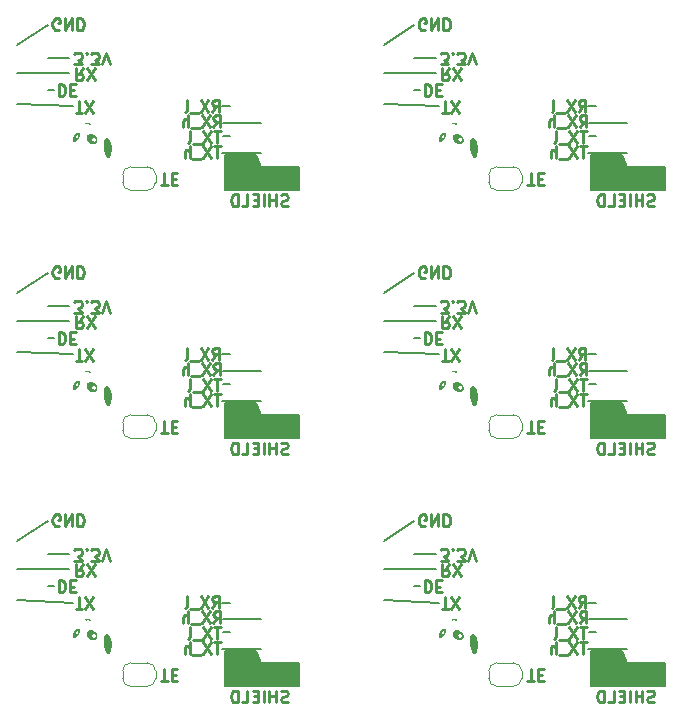
<source format=gbr>
G04 #@! TF.GenerationSoftware,KiCad,Pcbnew,5.0.2-bee76a0~70~ubuntu18.04.1*
G04 #@! TF.CreationDate,2020-02-26T15:16:49+01:00*
G04 #@! TF.ProjectId,output.rs485_adapter_panel,6f757470-7574-42e7-9273-3438355f6164,rev?*
G04 #@! TF.SameCoordinates,Original*
G04 #@! TF.FileFunction,Legend,Bot*
G04 #@! TF.FilePolarity,Positive*
%FSLAX46Y46*%
G04 Gerber Fmt 4.6, Leading zero omitted, Abs format (unit mm)*
G04 Created by KiCad (PCBNEW 5.0.2-bee76a0~70~ubuntu18.04.1) date Wed 26 Feb 2020 03:16:49 PM CET*
%MOMM*%
%LPD*%
G01*
G04 APERTURE LIST*
%ADD10C,0.150000*%
%ADD11C,0.250000*%
%ADD12C,0.200000*%
%ADD13C,0.120000*%
%ADD14C,0.060000*%
%ADD15C,0.010000*%
G04 APERTURE END LIST*
D10*
G36*
X197700000Y-132300000D02*
X197700000Y-130300000D01*
X194500000Y-130300000D01*
X194100000Y-129300000D01*
X191500000Y-129300000D01*
X191500000Y-132300000D01*
X197700000Y-132300000D01*
G37*
X197700000Y-132300000D02*
X197700000Y-130300000D01*
X194500000Y-130300000D01*
X194100000Y-129300000D01*
X191500000Y-129300000D01*
X191500000Y-132300000D01*
X197700000Y-132300000D01*
G36*
X166700000Y-132300000D02*
X166700000Y-130300000D01*
X163500000Y-130300000D01*
X163100000Y-129300000D01*
X160500000Y-129300000D01*
X160500000Y-132300000D01*
X166700000Y-132300000D01*
G37*
X166700000Y-132300000D02*
X166700000Y-130300000D01*
X163500000Y-130300000D01*
X163100000Y-129300000D01*
X160500000Y-129300000D01*
X160500000Y-132300000D01*
X166700000Y-132300000D01*
G36*
X197700000Y-111300000D02*
X197700000Y-109300000D01*
X194500000Y-109300000D01*
X194100000Y-108300000D01*
X191500000Y-108300000D01*
X191500000Y-111300000D01*
X197700000Y-111300000D01*
G37*
X197700000Y-111300000D02*
X197700000Y-109300000D01*
X194500000Y-109300000D01*
X194100000Y-108300000D01*
X191500000Y-108300000D01*
X191500000Y-111300000D01*
X197700000Y-111300000D01*
G36*
X166700000Y-111300000D02*
X166700000Y-109300000D01*
X163500000Y-109300000D01*
X163100000Y-108300000D01*
X160500000Y-108300000D01*
X160500000Y-111300000D01*
X166700000Y-111300000D01*
G37*
X166700000Y-111300000D02*
X166700000Y-109300000D01*
X163500000Y-109300000D01*
X163100000Y-108300000D01*
X160500000Y-108300000D01*
X160500000Y-111300000D01*
X166700000Y-111300000D01*
G36*
X197700000Y-90300000D02*
X197700000Y-88300000D01*
X194500000Y-88300000D01*
X194100000Y-87300000D01*
X191500000Y-87300000D01*
X191500000Y-90300000D01*
X197700000Y-90300000D01*
G37*
X197700000Y-90300000D02*
X197700000Y-88300000D01*
X194500000Y-88300000D01*
X194100000Y-87300000D01*
X191500000Y-87300000D01*
X191500000Y-90300000D01*
X197700000Y-90300000D01*
D11*
X186061904Y-131847619D02*
X186633333Y-131847619D01*
X186347619Y-130847619D02*
X186347619Y-131847619D01*
X186966666Y-131371428D02*
X187300000Y-131371428D01*
X187442857Y-130847619D02*
X186966666Y-130847619D01*
X186966666Y-131847619D01*
X187442857Y-131847619D01*
X155061904Y-131847619D02*
X155633333Y-131847619D01*
X155347619Y-130847619D02*
X155347619Y-131847619D01*
X155966666Y-131371428D02*
X156300000Y-131371428D01*
X156442857Y-130847619D02*
X155966666Y-130847619D01*
X155966666Y-131847619D01*
X156442857Y-131847619D01*
X186061904Y-110847619D02*
X186633333Y-110847619D01*
X186347619Y-109847619D02*
X186347619Y-110847619D01*
X186966666Y-110371428D02*
X187300000Y-110371428D01*
X187442857Y-109847619D02*
X186966666Y-109847619D01*
X186966666Y-110847619D01*
X187442857Y-110847619D01*
X155061904Y-110847619D02*
X155633333Y-110847619D01*
X155347619Y-109847619D02*
X155347619Y-110847619D01*
X155966666Y-110371428D02*
X156300000Y-110371428D01*
X156442857Y-109847619D02*
X155966666Y-109847619D01*
X155966666Y-110847619D01*
X156442857Y-110847619D01*
X186061904Y-89847619D02*
X186633333Y-89847619D01*
X186347619Y-88847619D02*
X186347619Y-89847619D01*
X186966666Y-89371428D02*
X187300000Y-89371428D01*
X187442857Y-88847619D02*
X186966666Y-88847619D01*
X186966666Y-89847619D01*
X187442857Y-89847619D01*
X196804761Y-133604761D02*
X196661904Y-133652380D01*
X196423809Y-133652380D01*
X196328571Y-133604761D01*
X196280952Y-133557142D01*
X196233333Y-133461904D01*
X196233333Y-133366666D01*
X196280952Y-133271428D01*
X196328571Y-133223809D01*
X196423809Y-133176190D01*
X196614285Y-133128571D01*
X196709523Y-133080952D01*
X196757142Y-133033333D01*
X196804761Y-132938095D01*
X196804761Y-132842857D01*
X196757142Y-132747619D01*
X196709523Y-132700000D01*
X196614285Y-132652380D01*
X196376190Y-132652380D01*
X196233333Y-132700000D01*
X195804761Y-133652380D02*
X195804761Y-132652380D01*
X195804761Y-133128571D02*
X195233333Y-133128571D01*
X195233333Y-133652380D02*
X195233333Y-132652380D01*
X194757142Y-133652380D02*
X194757142Y-132652380D01*
X194280952Y-133128571D02*
X193947619Y-133128571D01*
X193804761Y-133652380D02*
X194280952Y-133652380D01*
X194280952Y-132652380D01*
X193804761Y-132652380D01*
X192900000Y-133652380D02*
X193376190Y-133652380D01*
X193376190Y-132652380D01*
X192566666Y-133652380D02*
X192566666Y-132652380D01*
X192328571Y-132652380D01*
X192185714Y-132700000D01*
X192090476Y-132795238D01*
X192042857Y-132890476D01*
X191995238Y-133080952D01*
X191995238Y-133223809D01*
X192042857Y-133414285D01*
X192090476Y-133509523D01*
X192185714Y-133604761D01*
X192328571Y-133652380D01*
X192566666Y-133652380D01*
X165804761Y-133604761D02*
X165661904Y-133652380D01*
X165423809Y-133652380D01*
X165328571Y-133604761D01*
X165280952Y-133557142D01*
X165233333Y-133461904D01*
X165233333Y-133366666D01*
X165280952Y-133271428D01*
X165328571Y-133223809D01*
X165423809Y-133176190D01*
X165614285Y-133128571D01*
X165709523Y-133080952D01*
X165757142Y-133033333D01*
X165804761Y-132938095D01*
X165804761Y-132842857D01*
X165757142Y-132747619D01*
X165709523Y-132700000D01*
X165614285Y-132652380D01*
X165376190Y-132652380D01*
X165233333Y-132700000D01*
X164804761Y-133652380D02*
X164804761Y-132652380D01*
X164804761Y-133128571D02*
X164233333Y-133128571D01*
X164233333Y-133652380D02*
X164233333Y-132652380D01*
X163757142Y-133652380D02*
X163757142Y-132652380D01*
X163280952Y-133128571D02*
X162947619Y-133128571D01*
X162804761Y-133652380D02*
X163280952Y-133652380D01*
X163280952Y-132652380D01*
X162804761Y-132652380D01*
X161900000Y-133652380D02*
X162376190Y-133652380D01*
X162376190Y-132652380D01*
X161566666Y-133652380D02*
X161566666Y-132652380D01*
X161328571Y-132652380D01*
X161185714Y-132700000D01*
X161090476Y-132795238D01*
X161042857Y-132890476D01*
X160995238Y-133080952D01*
X160995238Y-133223809D01*
X161042857Y-133414285D01*
X161090476Y-133509523D01*
X161185714Y-133604761D01*
X161328571Y-133652380D01*
X161566666Y-133652380D01*
X196804761Y-112604761D02*
X196661904Y-112652380D01*
X196423809Y-112652380D01*
X196328571Y-112604761D01*
X196280952Y-112557142D01*
X196233333Y-112461904D01*
X196233333Y-112366666D01*
X196280952Y-112271428D01*
X196328571Y-112223809D01*
X196423809Y-112176190D01*
X196614285Y-112128571D01*
X196709523Y-112080952D01*
X196757142Y-112033333D01*
X196804761Y-111938095D01*
X196804761Y-111842857D01*
X196757142Y-111747619D01*
X196709523Y-111700000D01*
X196614285Y-111652380D01*
X196376190Y-111652380D01*
X196233333Y-111700000D01*
X195804761Y-112652380D02*
X195804761Y-111652380D01*
X195804761Y-112128571D02*
X195233333Y-112128571D01*
X195233333Y-112652380D02*
X195233333Y-111652380D01*
X194757142Y-112652380D02*
X194757142Y-111652380D01*
X194280952Y-112128571D02*
X193947619Y-112128571D01*
X193804761Y-112652380D02*
X194280952Y-112652380D01*
X194280952Y-111652380D01*
X193804761Y-111652380D01*
X192900000Y-112652380D02*
X193376190Y-112652380D01*
X193376190Y-111652380D01*
X192566666Y-112652380D02*
X192566666Y-111652380D01*
X192328571Y-111652380D01*
X192185714Y-111700000D01*
X192090476Y-111795238D01*
X192042857Y-111890476D01*
X191995238Y-112080952D01*
X191995238Y-112223809D01*
X192042857Y-112414285D01*
X192090476Y-112509523D01*
X192185714Y-112604761D01*
X192328571Y-112652380D01*
X192566666Y-112652380D01*
X165804761Y-112604761D02*
X165661904Y-112652380D01*
X165423809Y-112652380D01*
X165328571Y-112604761D01*
X165280952Y-112557142D01*
X165233333Y-112461904D01*
X165233333Y-112366666D01*
X165280952Y-112271428D01*
X165328571Y-112223809D01*
X165423809Y-112176190D01*
X165614285Y-112128571D01*
X165709523Y-112080952D01*
X165757142Y-112033333D01*
X165804761Y-111938095D01*
X165804761Y-111842857D01*
X165757142Y-111747619D01*
X165709523Y-111700000D01*
X165614285Y-111652380D01*
X165376190Y-111652380D01*
X165233333Y-111700000D01*
X164804761Y-112652380D02*
X164804761Y-111652380D01*
X164804761Y-112128571D02*
X164233333Y-112128571D01*
X164233333Y-112652380D02*
X164233333Y-111652380D01*
X163757142Y-112652380D02*
X163757142Y-111652380D01*
X163280952Y-112128571D02*
X162947619Y-112128571D01*
X162804761Y-112652380D02*
X163280952Y-112652380D01*
X163280952Y-111652380D01*
X162804761Y-111652380D01*
X161900000Y-112652380D02*
X162376190Y-112652380D01*
X162376190Y-111652380D01*
X161566666Y-112652380D02*
X161566666Y-111652380D01*
X161328571Y-111652380D01*
X161185714Y-111700000D01*
X161090476Y-111795238D01*
X161042857Y-111890476D01*
X160995238Y-112080952D01*
X160995238Y-112223809D01*
X161042857Y-112414285D01*
X161090476Y-112509523D01*
X161185714Y-112604761D01*
X161328571Y-112652380D01*
X161566666Y-112652380D01*
X196804761Y-91604761D02*
X196661904Y-91652380D01*
X196423809Y-91652380D01*
X196328571Y-91604761D01*
X196280952Y-91557142D01*
X196233333Y-91461904D01*
X196233333Y-91366666D01*
X196280952Y-91271428D01*
X196328571Y-91223809D01*
X196423809Y-91176190D01*
X196614285Y-91128571D01*
X196709523Y-91080952D01*
X196757142Y-91033333D01*
X196804761Y-90938095D01*
X196804761Y-90842857D01*
X196757142Y-90747619D01*
X196709523Y-90700000D01*
X196614285Y-90652380D01*
X196376190Y-90652380D01*
X196233333Y-90700000D01*
X195804761Y-91652380D02*
X195804761Y-90652380D01*
X195804761Y-91128571D02*
X195233333Y-91128571D01*
X195233333Y-91652380D02*
X195233333Y-90652380D01*
X194757142Y-91652380D02*
X194757142Y-90652380D01*
X194280952Y-91128571D02*
X193947619Y-91128571D01*
X193804761Y-91652380D02*
X194280952Y-91652380D01*
X194280952Y-90652380D01*
X193804761Y-90652380D01*
X192900000Y-91652380D02*
X193376190Y-91652380D01*
X193376190Y-90652380D01*
X192566666Y-91652380D02*
X192566666Y-90652380D01*
X192328571Y-90652380D01*
X192185714Y-90700000D01*
X192090476Y-90795238D01*
X192042857Y-90890476D01*
X191995238Y-91080952D01*
X191995238Y-91223809D01*
X192042857Y-91414285D01*
X192090476Y-91509523D01*
X192185714Y-91604761D01*
X192328571Y-91652380D01*
X192566666Y-91652380D01*
X178723809Y-121647619D02*
X179342857Y-121647619D01*
X179009523Y-121266666D01*
X179152380Y-121266666D01*
X179247619Y-121219047D01*
X179295238Y-121171428D01*
X179342857Y-121076190D01*
X179342857Y-120838095D01*
X179295238Y-120742857D01*
X179247619Y-120695238D01*
X179152380Y-120647619D01*
X178866666Y-120647619D01*
X178771428Y-120695238D01*
X178723809Y-120742857D01*
X179771428Y-120742857D02*
X179819047Y-120695238D01*
X179771428Y-120647619D01*
X179723809Y-120695238D01*
X179771428Y-120742857D01*
X179771428Y-120647619D01*
X180152380Y-121647619D02*
X180771428Y-121647619D01*
X180438095Y-121266666D01*
X180580952Y-121266666D01*
X180676190Y-121219047D01*
X180723809Y-121171428D01*
X180771428Y-121076190D01*
X180771428Y-120838095D01*
X180723809Y-120742857D01*
X180676190Y-120695238D01*
X180580952Y-120647619D01*
X180295238Y-120647619D01*
X180200000Y-120695238D01*
X180152380Y-120742857D01*
X181057142Y-121647619D02*
X181390476Y-120647619D01*
X181723809Y-121647619D01*
X147723809Y-121647619D02*
X148342857Y-121647619D01*
X148009523Y-121266666D01*
X148152380Y-121266666D01*
X148247619Y-121219047D01*
X148295238Y-121171428D01*
X148342857Y-121076190D01*
X148342857Y-120838095D01*
X148295238Y-120742857D01*
X148247619Y-120695238D01*
X148152380Y-120647619D01*
X147866666Y-120647619D01*
X147771428Y-120695238D01*
X147723809Y-120742857D01*
X148771428Y-120742857D02*
X148819047Y-120695238D01*
X148771428Y-120647619D01*
X148723809Y-120695238D01*
X148771428Y-120742857D01*
X148771428Y-120647619D01*
X149152380Y-121647619D02*
X149771428Y-121647619D01*
X149438095Y-121266666D01*
X149580952Y-121266666D01*
X149676190Y-121219047D01*
X149723809Y-121171428D01*
X149771428Y-121076190D01*
X149771428Y-120838095D01*
X149723809Y-120742857D01*
X149676190Y-120695238D01*
X149580952Y-120647619D01*
X149295238Y-120647619D01*
X149200000Y-120695238D01*
X149152380Y-120742857D01*
X150057142Y-121647619D02*
X150390476Y-120647619D01*
X150723809Y-121647619D01*
X178723809Y-100647619D02*
X179342857Y-100647619D01*
X179009523Y-100266666D01*
X179152380Y-100266666D01*
X179247619Y-100219047D01*
X179295238Y-100171428D01*
X179342857Y-100076190D01*
X179342857Y-99838095D01*
X179295238Y-99742857D01*
X179247619Y-99695238D01*
X179152380Y-99647619D01*
X178866666Y-99647619D01*
X178771428Y-99695238D01*
X178723809Y-99742857D01*
X179771428Y-99742857D02*
X179819047Y-99695238D01*
X179771428Y-99647619D01*
X179723809Y-99695238D01*
X179771428Y-99742857D01*
X179771428Y-99647619D01*
X180152380Y-100647619D02*
X180771428Y-100647619D01*
X180438095Y-100266666D01*
X180580952Y-100266666D01*
X180676190Y-100219047D01*
X180723809Y-100171428D01*
X180771428Y-100076190D01*
X180771428Y-99838095D01*
X180723809Y-99742857D01*
X180676190Y-99695238D01*
X180580952Y-99647619D01*
X180295238Y-99647619D01*
X180200000Y-99695238D01*
X180152380Y-99742857D01*
X181057142Y-100647619D02*
X181390476Y-99647619D01*
X181723809Y-100647619D01*
X147723809Y-100647619D02*
X148342857Y-100647619D01*
X148009523Y-100266666D01*
X148152380Y-100266666D01*
X148247619Y-100219047D01*
X148295238Y-100171428D01*
X148342857Y-100076190D01*
X148342857Y-99838095D01*
X148295238Y-99742857D01*
X148247619Y-99695238D01*
X148152380Y-99647619D01*
X147866666Y-99647619D01*
X147771428Y-99695238D01*
X147723809Y-99742857D01*
X148771428Y-99742857D02*
X148819047Y-99695238D01*
X148771428Y-99647619D01*
X148723809Y-99695238D01*
X148771428Y-99742857D01*
X148771428Y-99647619D01*
X149152380Y-100647619D02*
X149771428Y-100647619D01*
X149438095Y-100266666D01*
X149580952Y-100266666D01*
X149676190Y-100219047D01*
X149723809Y-100171428D01*
X149771428Y-100076190D01*
X149771428Y-99838095D01*
X149723809Y-99742857D01*
X149676190Y-99695238D01*
X149580952Y-99647619D01*
X149295238Y-99647619D01*
X149200000Y-99695238D01*
X149152380Y-99742857D01*
X150057142Y-100647619D02*
X150390476Y-99647619D01*
X150723809Y-100647619D01*
X178723809Y-79647619D02*
X179342857Y-79647619D01*
X179009523Y-79266666D01*
X179152380Y-79266666D01*
X179247619Y-79219047D01*
X179295238Y-79171428D01*
X179342857Y-79076190D01*
X179342857Y-78838095D01*
X179295238Y-78742857D01*
X179247619Y-78695238D01*
X179152380Y-78647619D01*
X178866666Y-78647619D01*
X178771428Y-78695238D01*
X178723809Y-78742857D01*
X179771428Y-78742857D02*
X179819047Y-78695238D01*
X179771428Y-78647619D01*
X179723809Y-78695238D01*
X179771428Y-78742857D01*
X179771428Y-78647619D01*
X180152380Y-79647619D02*
X180771428Y-79647619D01*
X180438095Y-79266666D01*
X180580952Y-79266666D01*
X180676190Y-79219047D01*
X180723809Y-79171428D01*
X180771428Y-79076190D01*
X180771428Y-78838095D01*
X180723809Y-78742857D01*
X180676190Y-78695238D01*
X180580952Y-78647619D01*
X180295238Y-78647619D01*
X180200000Y-78695238D01*
X180152380Y-78742857D01*
X181057142Y-79647619D02*
X181390476Y-78647619D01*
X181723809Y-79647619D01*
X178838095Y-125747619D02*
X179409523Y-125747619D01*
X179123809Y-124747619D02*
X179123809Y-125747619D01*
X179647619Y-125747619D02*
X180314285Y-124747619D01*
X180314285Y-125747619D02*
X179647619Y-124747619D01*
X147838095Y-125747619D02*
X148409523Y-125747619D01*
X148123809Y-124747619D02*
X148123809Y-125747619D01*
X148647619Y-125747619D02*
X149314285Y-124747619D01*
X149314285Y-125747619D02*
X148647619Y-124747619D01*
X178838095Y-104747619D02*
X179409523Y-104747619D01*
X179123809Y-103747619D02*
X179123809Y-104747619D01*
X179647619Y-104747619D02*
X180314285Y-103747619D01*
X180314285Y-104747619D02*
X179647619Y-103747619D01*
X147838095Y-104747619D02*
X148409523Y-104747619D01*
X148123809Y-103747619D02*
X148123809Y-104747619D01*
X148647619Y-104747619D02*
X149314285Y-103747619D01*
X149314285Y-104747619D02*
X148647619Y-103747619D01*
X178838095Y-83747619D02*
X179409523Y-83747619D01*
X179123809Y-82747619D02*
X179123809Y-83747619D01*
X179647619Y-83747619D02*
X180314285Y-82747619D01*
X180314285Y-83747619D02*
X179647619Y-82747619D01*
X177379154Y-123324292D02*
X177379154Y-124324292D01*
X177617249Y-124324292D01*
X177760106Y-124276673D01*
X177855344Y-124181434D01*
X177902963Y-124086196D01*
X177950582Y-123895720D01*
X177950582Y-123752863D01*
X177902963Y-123562387D01*
X177855344Y-123467149D01*
X177760106Y-123371911D01*
X177617249Y-123324292D01*
X177379154Y-123324292D01*
X178379154Y-123848101D02*
X178712487Y-123848101D01*
X178855344Y-123324292D02*
X178379154Y-123324292D01*
X178379154Y-124324292D01*
X178855344Y-124324292D01*
X146379154Y-123324292D02*
X146379154Y-124324292D01*
X146617249Y-124324292D01*
X146760106Y-124276673D01*
X146855344Y-124181434D01*
X146902963Y-124086196D01*
X146950582Y-123895720D01*
X146950582Y-123752863D01*
X146902963Y-123562387D01*
X146855344Y-123467149D01*
X146760106Y-123371911D01*
X146617249Y-123324292D01*
X146379154Y-123324292D01*
X147379154Y-123848101D02*
X147712487Y-123848101D01*
X147855344Y-123324292D02*
X147379154Y-123324292D01*
X147379154Y-124324292D01*
X147855344Y-124324292D01*
X177379154Y-102324292D02*
X177379154Y-103324292D01*
X177617249Y-103324292D01*
X177760106Y-103276673D01*
X177855344Y-103181434D01*
X177902963Y-103086196D01*
X177950582Y-102895720D01*
X177950582Y-102752863D01*
X177902963Y-102562387D01*
X177855344Y-102467149D01*
X177760106Y-102371911D01*
X177617249Y-102324292D01*
X177379154Y-102324292D01*
X178379154Y-102848101D02*
X178712487Y-102848101D01*
X178855344Y-102324292D02*
X178379154Y-102324292D01*
X178379154Y-103324292D01*
X178855344Y-103324292D01*
X146379154Y-102324292D02*
X146379154Y-103324292D01*
X146617249Y-103324292D01*
X146760106Y-103276673D01*
X146855344Y-103181434D01*
X146902963Y-103086196D01*
X146950582Y-102895720D01*
X146950582Y-102752863D01*
X146902963Y-102562387D01*
X146855344Y-102467149D01*
X146760106Y-102371911D01*
X146617249Y-102324292D01*
X146379154Y-102324292D01*
X147379154Y-102848101D02*
X147712487Y-102848101D01*
X147855344Y-102324292D02*
X147379154Y-102324292D01*
X147379154Y-103324292D01*
X147855344Y-103324292D01*
X177379154Y-81324292D02*
X177379154Y-82324292D01*
X177617249Y-82324292D01*
X177760106Y-82276673D01*
X177855344Y-82181434D01*
X177902963Y-82086196D01*
X177950582Y-81895720D01*
X177950582Y-81752863D01*
X177902963Y-81562387D01*
X177855344Y-81467149D01*
X177760106Y-81371911D01*
X177617249Y-81324292D01*
X177379154Y-81324292D01*
X178379154Y-81848101D02*
X178712487Y-81848101D01*
X178855344Y-81324292D02*
X178379154Y-81324292D01*
X178379154Y-82324292D01*
X178855344Y-82324292D01*
D12*
X178300000Y-122400000D02*
X173900000Y-122400000D01*
X147300000Y-122400000D02*
X142900000Y-122400000D01*
X178300000Y-101400000D02*
X173900000Y-101400000D01*
X147300000Y-101400000D02*
X142900000Y-101400000D01*
X178300000Y-80400000D02*
X173900000Y-80400000D01*
D11*
X177438095Y-118700000D02*
X177342857Y-118747619D01*
X177200000Y-118747619D01*
X177057142Y-118700000D01*
X176961904Y-118604761D01*
X176914285Y-118509523D01*
X176866666Y-118319047D01*
X176866666Y-118176190D01*
X176914285Y-117985714D01*
X176961904Y-117890476D01*
X177057142Y-117795238D01*
X177200000Y-117747619D01*
X177295238Y-117747619D01*
X177438095Y-117795238D01*
X177485714Y-117842857D01*
X177485714Y-118176190D01*
X177295238Y-118176190D01*
X177914285Y-117747619D02*
X177914285Y-118747619D01*
X178485714Y-117747619D01*
X178485714Y-118747619D01*
X178961904Y-117747619D02*
X178961904Y-118747619D01*
X179200000Y-118747619D01*
X179342857Y-118700000D01*
X179438095Y-118604761D01*
X179485714Y-118509523D01*
X179533333Y-118319047D01*
X179533333Y-118176190D01*
X179485714Y-117985714D01*
X179438095Y-117890476D01*
X179342857Y-117795238D01*
X179200000Y-117747619D01*
X178961904Y-117747619D01*
X146438095Y-118700000D02*
X146342857Y-118747619D01*
X146200000Y-118747619D01*
X146057142Y-118700000D01*
X145961904Y-118604761D01*
X145914285Y-118509523D01*
X145866666Y-118319047D01*
X145866666Y-118176190D01*
X145914285Y-117985714D01*
X145961904Y-117890476D01*
X146057142Y-117795238D01*
X146200000Y-117747619D01*
X146295238Y-117747619D01*
X146438095Y-117795238D01*
X146485714Y-117842857D01*
X146485714Y-118176190D01*
X146295238Y-118176190D01*
X146914285Y-117747619D02*
X146914285Y-118747619D01*
X147485714Y-117747619D01*
X147485714Y-118747619D01*
X147961904Y-117747619D02*
X147961904Y-118747619D01*
X148200000Y-118747619D01*
X148342857Y-118700000D01*
X148438095Y-118604761D01*
X148485714Y-118509523D01*
X148533333Y-118319047D01*
X148533333Y-118176190D01*
X148485714Y-117985714D01*
X148438095Y-117890476D01*
X148342857Y-117795238D01*
X148200000Y-117747619D01*
X147961904Y-117747619D01*
X177438095Y-97700000D02*
X177342857Y-97747619D01*
X177200000Y-97747619D01*
X177057142Y-97700000D01*
X176961904Y-97604761D01*
X176914285Y-97509523D01*
X176866666Y-97319047D01*
X176866666Y-97176190D01*
X176914285Y-96985714D01*
X176961904Y-96890476D01*
X177057142Y-96795238D01*
X177200000Y-96747619D01*
X177295238Y-96747619D01*
X177438095Y-96795238D01*
X177485714Y-96842857D01*
X177485714Y-97176190D01*
X177295238Y-97176190D01*
X177914285Y-96747619D02*
X177914285Y-97747619D01*
X178485714Y-96747619D01*
X178485714Y-97747619D01*
X178961904Y-96747619D02*
X178961904Y-97747619D01*
X179200000Y-97747619D01*
X179342857Y-97700000D01*
X179438095Y-97604761D01*
X179485714Y-97509523D01*
X179533333Y-97319047D01*
X179533333Y-97176190D01*
X179485714Y-96985714D01*
X179438095Y-96890476D01*
X179342857Y-96795238D01*
X179200000Y-96747619D01*
X178961904Y-96747619D01*
X146438095Y-97700000D02*
X146342857Y-97747619D01*
X146200000Y-97747619D01*
X146057142Y-97700000D01*
X145961904Y-97604761D01*
X145914285Y-97509523D01*
X145866666Y-97319047D01*
X145866666Y-97176190D01*
X145914285Y-96985714D01*
X145961904Y-96890476D01*
X146057142Y-96795238D01*
X146200000Y-96747619D01*
X146295238Y-96747619D01*
X146438095Y-96795238D01*
X146485714Y-96842857D01*
X146485714Y-97176190D01*
X146295238Y-97176190D01*
X146914285Y-96747619D02*
X146914285Y-97747619D01*
X147485714Y-96747619D01*
X147485714Y-97747619D01*
X147961904Y-96747619D02*
X147961904Y-97747619D01*
X148200000Y-97747619D01*
X148342857Y-97700000D01*
X148438095Y-97604761D01*
X148485714Y-97509523D01*
X148533333Y-97319047D01*
X148533333Y-97176190D01*
X148485714Y-96985714D01*
X148438095Y-96890476D01*
X148342857Y-96795238D01*
X148200000Y-96747619D01*
X147961904Y-96747619D01*
X177438095Y-76700000D02*
X177342857Y-76747619D01*
X177200000Y-76747619D01*
X177057142Y-76700000D01*
X176961904Y-76604761D01*
X176914285Y-76509523D01*
X176866666Y-76319047D01*
X176866666Y-76176190D01*
X176914285Y-75985714D01*
X176961904Y-75890476D01*
X177057142Y-75795238D01*
X177200000Y-75747619D01*
X177295238Y-75747619D01*
X177438095Y-75795238D01*
X177485714Y-75842857D01*
X177485714Y-76176190D01*
X177295238Y-76176190D01*
X177914285Y-75747619D02*
X177914285Y-76747619D01*
X178485714Y-75747619D01*
X178485714Y-76747619D01*
X178961904Y-75747619D02*
X178961904Y-76747619D01*
X179200000Y-76747619D01*
X179342857Y-76700000D01*
X179438095Y-76604761D01*
X179485714Y-76509523D01*
X179533333Y-76319047D01*
X179533333Y-76176190D01*
X179485714Y-75985714D01*
X179438095Y-75890476D01*
X179342857Y-75795238D01*
X179200000Y-75747619D01*
X178961904Y-75747619D01*
X190409523Y-125652380D02*
X190742857Y-125176190D01*
X190980952Y-125652380D02*
X190980952Y-124652380D01*
X190600000Y-124652380D01*
X190504761Y-124700000D01*
X190457142Y-124747619D01*
X190409523Y-124842857D01*
X190409523Y-124985714D01*
X190457142Y-125080952D01*
X190504761Y-125128571D01*
X190600000Y-125176190D01*
X190980952Y-125176190D01*
X190076190Y-124652380D02*
X189409523Y-125652380D01*
X189409523Y-124652380D02*
X190076190Y-125652380D01*
X189266666Y-125747619D02*
X188504761Y-125747619D01*
X188123809Y-125652380D02*
X188219047Y-125604761D01*
X188266666Y-125509523D01*
X188266666Y-124652380D01*
X159409523Y-125652380D02*
X159742857Y-125176190D01*
X159980952Y-125652380D02*
X159980952Y-124652380D01*
X159600000Y-124652380D01*
X159504761Y-124700000D01*
X159457142Y-124747619D01*
X159409523Y-124842857D01*
X159409523Y-124985714D01*
X159457142Y-125080952D01*
X159504761Y-125128571D01*
X159600000Y-125176190D01*
X159980952Y-125176190D01*
X159076190Y-124652380D02*
X158409523Y-125652380D01*
X158409523Y-124652380D02*
X159076190Y-125652380D01*
X158266666Y-125747619D02*
X157504761Y-125747619D01*
X157123809Y-125652380D02*
X157219047Y-125604761D01*
X157266666Y-125509523D01*
X157266666Y-124652380D01*
X190409523Y-104652380D02*
X190742857Y-104176190D01*
X190980952Y-104652380D02*
X190980952Y-103652380D01*
X190600000Y-103652380D01*
X190504761Y-103700000D01*
X190457142Y-103747619D01*
X190409523Y-103842857D01*
X190409523Y-103985714D01*
X190457142Y-104080952D01*
X190504761Y-104128571D01*
X190600000Y-104176190D01*
X190980952Y-104176190D01*
X190076190Y-103652380D02*
X189409523Y-104652380D01*
X189409523Y-103652380D02*
X190076190Y-104652380D01*
X189266666Y-104747619D02*
X188504761Y-104747619D01*
X188123809Y-104652380D02*
X188219047Y-104604761D01*
X188266666Y-104509523D01*
X188266666Y-103652380D01*
X159409523Y-104652380D02*
X159742857Y-104176190D01*
X159980952Y-104652380D02*
X159980952Y-103652380D01*
X159600000Y-103652380D01*
X159504761Y-103700000D01*
X159457142Y-103747619D01*
X159409523Y-103842857D01*
X159409523Y-103985714D01*
X159457142Y-104080952D01*
X159504761Y-104128571D01*
X159600000Y-104176190D01*
X159980952Y-104176190D01*
X159076190Y-103652380D02*
X158409523Y-104652380D01*
X158409523Y-103652380D02*
X159076190Y-104652380D01*
X158266666Y-104747619D02*
X157504761Y-104747619D01*
X157123809Y-104652380D02*
X157219047Y-104604761D01*
X157266666Y-104509523D01*
X157266666Y-103652380D01*
X190409523Y-83652380D02*
X190742857Y-83176190D01*
X190980952Y-83652380D02*
X190980952Y-82652380D01*
X190600000Y-82652380D01*
X190504761Y-82700000D01*
X190457142Y-82747619D01*
X190409523Y-82842857D01*
X190409523Y-82985714D01*
X190457142Y-83080952D01*
X190504761Y-83128571D01*
X190600000Y-83176190D01*
X190980952Y-83176190D01*
X190076190Y-82652380D02*
X189409523Y-83652380D01*
X189409523Y-82652380D02*
X190076190Y-83652380D01*
X189266666Y-83747619D02*
X188504761Y-83747619D01*
X188123809Y-83652380D02*
X188219047Y-83604761D01*
X188266666Y-83509523D01*
X188266666Y-82652380D01*
D12*
X176500000Y-118300000D02*
X173900000Y-120000000D01*
X145500000Y-118300000D02*
X142900000Y-120000000D01*
X176500000Y-97300000D02*
X173900000Y-99000000D01*
X145500000Y-97300000D02*
X142900000Y-99000000D01*
X176500000Y-76300000D02*
X173900000Y-78000000D01*
D11*
X179433333Y-121947619D02*
X179100000Y-122423809D01*
X178861904Y-121947619D02*
X178861904Y-122947619D01*
X179242857Y-122947619D01*
X179338095Y-122900000D01*
X179385714Y-122852380D01*
X179433333Y-122757142D01*
X179433333Y-122614285D01*
X179385714Y-122519047D01*
X179338095Y-122471428D01*
X179242857Y-122423809D01*
X178861904Y-122423809D01*
X179766666Y-122947619D02*
X180433333Y-121947619D01*
X180433333Y-122947619D02*
X179766666Y-121947619D01*
X148433333Y-121947619D02*
X148100000Y-122423809D01*
X147861904Y-121947619D02*
X147861904Y-122947619D01*
X148242857Y-122947619D01*
X148338095Y-122900000D01*
X148385714Y-122852380D01*
X148433333Y-122757142D01*
X148433333Y-122614285D01*
X148385714Y-122519047D01*
X148338095Y-122471428D01*
X148242857Y-122423809D01*
X147861904Y-122423809D01*
X148766666Y-122947619D02*
X149433333Y-121947619D01*
X149433333Y-122947619D02*
X148766666Y-121947619D01*
X179433333Y-100947619D02*
X179100000Y-101423809D01*
X178861904Y-100947619D02*
X178861904Y-101947619D01*
X179242857Y-101947619D01*
X179338095Y-101900000D01*
X179385714Y-101852380D01*
X179433333Y-101757142D01*
X179433333Y-101614285D01*
X179385714Y-101519047D01*
X179338095Y-101471428D01*
X179242857Y-101423809D01*
X178861904Y-101423809D01*
X179766666Y-101947619D02*
X180433333Y-100947619D01*
X180433333Y-101947619D02*
X179766666Y-100947619D01*
X148433333Y-100947619D02*
X148100000Y-101423809D01*
X147861904Y-100947619D02*
X147861904Y-101947619D01*
X148242857Y-101947619D01*
X148338095Y-101900000D01*
X148385714Y-101852380D01*
X148433333Y-101757142D01*
X148433333Y-101614285D01*
X148385714Y-101519047D01*
X148338095Y-101471428D01*
X148242857Y-101423809D01*
X147861904Y-101423809D01*
X148766666Y-101947619D02*
X149433333Y-100947619D01*
X149433333Y-101947619D02*
X148766666Y-100947619D01*
X179433333Y-79947619D02*
X179100000Y-80423809D01*
X178861904Y-79947619D02*
X178861904Y-80947619D01*
X179242857Y-80947619D01*
X179338095Y-80900000D01*
X179385714Y-80852380D01*
X179433333Y-80757142D01*
X179433333Y-80614285D01*
X179385714Y-80519047D01*
X179338095Y-80471428D01*
X179242857Y-80423809D01*
X178861904Y-80423809D01*
X179766666Y-80947619D02*
X180433333Y-79947619D01*
X180433333Y-80947619D02*
X179766666Y-79947619D01*
D12*
X178300000Y-121100000D02*
X176500000Y-121100000D01*
X147300000Y-121100000D02*
X145500000Y-121100000D01*
X178300000Y-100100000D02*
X176500000Y-100100000D01*
X147300000Y-100100000D02*
X145500000Y-100100000D01*
X178300000Y-79100000D02*
X176500000Y-79100000D01*
D11*
X191095238Y-128552380D02*
X190523809Y-128552380D01*
X190809523Y-129552380D02*
X190809523Y-128552380D01*
X190285714Y-128552380D02*
X189619047Y-129552380D01*
X189619047Y-128552380D02*
X190285714Y-129552380D01*
X189476190Y-129647619D02*
X188714285Y-129647619D01*
X188476190Y-129552380D02*
X188476190Y-128552380D01*
X188047619Y-129552380D02*
X188047619Y-129028571D01*
X188095238Y-128933333D01*
X188190476Y-128885714D01*
X188333333Y-128885714D01*
X188428571Y-128933333D01*
X188476190Y-128980952D01*
X160095238Y-128552380D02*
X159523809Y-128552380D01*
X159809523Y-129552380D02*
X159809523Y-128552380D01*
X159285714Y-128552380D02*
X158619047Y-129552380D01*
X158619047Y-128552380D02*
X159285714Y-129552380D01*
X158476190Y-129647619D02*
X157714285Y-129647619D01*
X157476190Y-129552380D02*
X157476190Y-128552380D01*
X157047619Y-129552380D02*
X157047619Y-129028571D01*
X157095238Y-128933333D01*
X157190476Y-128885714D01*
X157333333Y-128885714D01*
X157428571Y-128933333D01*
X157476190Y-128980952D01*
X191095238Y-107552380D02*
X190523809Y-107552380D01*
X190809523Y-108552380D02*
X190809523Y-107552380D01*
X190285714Y-107552380D02*
X189619047Y-108552380D01*
X189619047Y-107552380D02*
X190285714Y-108552380D01*
X189476190Y-108647619D02*
X188714285Y-108647619D01*
X188476190Y-108552380D02*
X188476190Y-107552380D01*
X188047619Y-108552380D02*
X188047619Y-108028571D01*
X188095238Y-107933333D01*
X188190476Y-107885714D01*
X188333333Y-107885714D01*
X188428571Y-107933333D01*
X188476190Y-107980952D01*
X160095238Y-107552380D02*
X159523809Y-107552380D01*
X159809523Y-108552380D02*
X159809523Y-107552380D01*
X159285714Y-107552380D02*
X158619047Y-108552380D01*
X158619047Y-107552380D02*
X159285714Y-108552380D01*
X158476190Y-108647619D02*
X157714285Y-108647619D01*
X157476190Y-108552380D02*
X157476190Y-107552380D01*
X157047619Y-108552380D02*
X157047619Y-108028571D01*
X157095238Y-107933333D01*
X157190476Y-107885714D01*
X157333333Y-107885714D01*
X157428571Y-107933333D01*
X157476190Y-107980952D01*
X191095238Y-86552380D02*
X190523809Y-86552380D01*
X190809523Y-87552380D02*
X190809523Y-86552380D01*
X190285714Y-86552380D02*
X189619047Y-87552380D01*
X189619047Y-86552380D02*
X190285714Y-87552380D01*
X189476190Y-87647619D02*
X188714285Y-87647619D01*
X188476190Y-87552380D02*
X188476190Y-86552380D01*
X188047619Y-87552380D02*
X188047619Y-87028571D01*
X188095238Y-86933333D01*
X188190476Y-86885714D01*
X188333333Y-86885714D01*
X188428571Y-86933333D01*
X188476190Y-86980952D01*
X191104761Y-127252380D02*
X190533333Y-127252380D01*
X190819047Y-128252380D02*
X190819047Y-127252380D01*
X190295238Y-127252380D02*
X189628571Y-128252380D01*
X189628571Y-127252380D02*
X190295238Y-128252380D01*
X189485714Y-128347619D02*
X188723809Y-128347619D01*
X188342857Y-128252380D02*
X188438095Y-128204761D01*
X188485714Y-128109523D01*
X188485714Y-127252380D01*
X160104761Y-127252380D02*
X159533333Y-127252380D01*
X159819047Y-128252380D02*
X159819047Y-127252380D01*
X159295238Y-127252380D02*
X158628571Y-128252380D01*
X158628571Y-127252380D02*
X159295238Y-128252380D01*
X158485714Y-128347619D02*
X157723809Y-128347619D01*
X157342857Y-128252380D02*
X157438095Y-128204761D01*
X157485714Y-128109523D01*
X157485714Y-127252380D01*
X191104761Y-106252380D02*
X190533333Y-106252380D01*
X190819047Y-107252380D02*
X190819047Y-106252380D01*
X190295238Y-106252380D02*
X189628571Y-107252380D01*
X189628571Y-106252380D02*
X190295238Y-107252380D01*
X189485714Y-107347619D02*
X188723809Y-107347619D01*
X188342857Y-107252380D02*
X188438095Y-107204761D01*
X188485714Y-107109523D01*
X188485714Y-106252380D01*
X160104761Y-106252380D02*
X159533333Y-106252380D01*
X159819047Y-107252380D02*
X159819047Y-106252380D01*
X159295238Y-106252380D02*
X158628571Y-107252380D01*
X158628571Y-106252380D02*
X159295238Y-107252380D01*
X158485714Y-107347619D02*
X157723809Y-107347619D01*
X157342857Y-107252380D02*
X157438095Y-107204761D01*
X157485714Y-107109523D01*
X157485714Y-106252380D01*
X191104761Y-85252380D02*
X190533333Y-85252380D01*
X190819047Y-86252380D02*
X190819047Y-85252380D01*
X190295238Y-85252380D02*
X189628571Y-86252380D01*
X189628571Y-85252380D02*
X190295238Y-86252380D01*
X189485714Y-86347619D02*
X188723809Y-86347619D01*
X188342857Y-86252380D02*
X188438095Y-86204761D01*
X188485714Y-86109523D01*
X188485714Y-85252380D01*
D12*
X177000000Y-123800000D02*
X176500000Y-123800000D01*
X146000000Y-123800000D02*
X145500000Y-123800000D01*
X177000000Y-102800000D02*
X176500000Y-102800000D01*
X146000000Y-102800000D02*
X145500000Y-102800000D01*
X177000000Y-81800000D02*
X176500000Y-81800000D01*
D11*
X190500000Y-126952380D02*
X190833333Y-126476190D01*
X191071428Y-126952380D02*
X191071428Y-125952380D01*
X190690476Y-125952380D01*
X190595238Y-126000000D01*
X190547619Y-126047619D01*
X190500000Y-126142857D01*
X190500000Y-126285714D01*
X190547619Y-126380952D01*
X190595238Y-126428571D01*
X190690476Y-126476190D01*
X191071428Y-126476190D01*
X190166666Y-125952380D02*
X189500000Y-126952380D01*
X189500000Y-125952380D02*
X190166666Y-126952380D01*
X189357142Y-127047619D02*
X188595238Y-127047619D01*
X188357142Y-126952380D02*
X188357142Y-125952380D01*
X187928571Y-126952380D02*
X187928571Y-126428571D01*
X187976190Y-126333333D01*
X188071428Y-126285714D01*
X188214285Y-126285714D01*
X188309523Y-126333333D01*
X188357142Y-126380952D01*
X159500000Y-126952380D02*
X159833333Y-126476190D01*
X160071428Y-126952380D02*
X160071428Y-125952380D01*
X159690476Y-125952380D01*
X159595238Y-126000000D01*
X159547619Y-126047619D01*
X159500000Y-126142857D01*
X159500000Y-126285714D01*
X159547619Y-126380952D01*
X159595238Y-126428571D01*
X159690476Y-126476190D01*
X160071428Y-126476190D01*
X159166666Y-125952380D02*
X158500000Y-126952380D01*
X158500000Y-125952380D02*
X159166666Y-126952380D01*
X158357142Y-127047619D02*
X157595238Y-127047619D01*
X157357142Y-126952380D02*
X157357142Y-125952380D01*
X156928571Y-126952380D02*
X156928571Y-126428571D01*
X156976190Y-126333333D01*
X157071428Y-126285714D01*
X157214285Y-126285714D01*
X157309523Y-126333333D01*
X157357142Y-126380952D01*
X190500000Y-105952380D02*
X190833333Y-105476190D01*
X191071428Y-105952380D02*
X191071428Y-104952380D01*
X190690476Y-104952380D01*
X190595238Y-105000000D01*
X190547619Y-105047619D01*
X190500000Y-105142857D01*
X190500000Y-105285714D01*
X190547619Y-105380952D01*
X190595238Y-105428571D01*
X190690476Y-105476190D01*
X191071428Y-105476190D01*
X190166666Y-104952380D02*
X189500000Y-105952380D01*
X189500000Y-104952380D02*
X190166666Y-105952380D01*
X189357142Y-106047619D02*
X188595238Y-106047619D01*
X188357142Y-105952380D02*
X188357142Y-104952380D01*
X187928571Y-105952380D02*
X187928571Y-105428571D01*
X187976190Y-105333333D01*
X188071428Y-105285714D01*
X188214285Y-105285714D01*
X188309523Y-105333333D01*
X188357142Y-105380952D01*
X159500000Y-105952380D02*
X159833333Y-105476190D01*
X160071428Y-105952380D02*
X160071428Y-104952380D01*
X159690476Y-104952380D01*
X159595238Y-105000000D01*
X159547619Y-105047619D01*
X159500000Y-105142857D01*
X159500000Y-105285714D01*
X159547619Y-105380952D01*
X159595238Y-105428571D01*
X159690476Y-105476190D01*
X160071428Y-105476190D01*
X159166666Y-104952380D02*
X158500000Y-105952380D01*
X158500000Y-104952380D02*
X159166666Y-105952380D01*
X158357142Y-106047619D02*
X157595238Y-106047619D01*
X157357142Y-105952380D02*
X157357142Y-104952380D01*
X156928571Y-105952380D02*
X156928571Y-105428571D01*
X156976190Y-105333333D01*
X157071428Y-105285714D01*
X157214285Y-105285714D01*
X157309523Y-105333333D01*
X157357142Y-105380952D01*
X190500000Y-84952380D02*
X190833333Y-84476190D01*
X191071428Y-84952380D02*
X191071428Y-83952380D01*
X190690476Y-83952380D01*
X190595238Y-84000000D01*
X190547619Y-84047619D01*
X190500000Y-84142857D01*
X190500000Y-84285714D01*
X190547619Y-84380952D01*
X190595238Y-84428571D01*
X190690476Y-84476190D01*
X191071428Y-84476190D01*
X190166666Y-83952380D02*
X189500000Y-84952380D01*
X189500000Y-83952380D02*
X190166666Y-84952380D01*
X189357142Y-85047619D02*
X188595238Y-85047619D01*
X188357142Y-84952380D02*
X188357142Y-83952380D01*
X187928571Y-84952380D02*
X187928571Y-84428571D01*
X187976190Y-84333333D01*
X188071428Y-84285714D01*
X188214285Y-84285714D01*
X188309523Y-84333333D01*
X188357142Y-84380952D01*
D12*
X191300000Y-127700000D02*
X191900000Y-127700000D01*
X160300000Y-127700000D02*
X160900000Y-127700000D01*
X191300000Y-106700000D02*
X191900000Y-106700000D01*
X160300000Y-106700000D02*
X160900000Y-106700000D01*
X191300000Y-85700000D02*
X191900000Y-85700000D01*
X191300000Y-126600000D02*
X194500000Y-126600000D01*
X160300000Y-126600000D02*
X163500000Y-126600000D01*
X191300000Y-105600000D02*
X194500000Y-105600000D01*
X160300000Y-105600000D02*
X163500000Y-105600000D01*
X191300000Y-84600000D02*
X194500000Y-84600000D01*
X191200000Y-129100000D02*
X194500000Y-129100000D01*
X160200000Y-129100000D02*
X163500000Y-129100000D01*
X191200000Y-108100000D02*
X194500000Y-108100000D01*
X160200000Y-108100000D02*
X163500000Y-108100000D01*
X191200000Y-87100000D02*
X194500000Y-87100000D01*
X191200000Y-125200000D02*
X191900000Y-125200000D01*
X160200000Y-125200000D02*
X160900000Y-125200000D01*
X191200000Y-104200000D02*
X191900000Y-104200000D01*
X160200000Y-104200000D02*
X160900000Y-104200000D01*
X191200000Y-83200000D02*
X191900000Y-83200000D01*
X178600000Y-125200000D02*
X173900000Y-125000000D01*
X147600000Y-125200000D02*
X142900000Y-125000000D01*
X178600000Y-104200000D02*
X173900000Y-104000000D01*
X147600000Y-104200000D02*
X142900000Y-104000000D01*
X178600000Y-83200000D02*
X173900000Y-83000000D01*
D11*
X159409523Y-83652380D02*
X159742857Y-83176190D01*
X159980952Y-83652380D02*
X159980952Y-82652380D01*
X159600000Y-82652380D01*
X159504761Y-82700000D01*
X159457142Y-82747619D01*
X159409523Y-82842857D01*
X159409523Y-82985714D01*
X159457142Y-83080952D01*
X159504761Y-83128571D01*
X159600000Y-83176190D01*
X159980952Y-83176190D01*
X159076190Y-82652380D02*
X158409523Y-83652380D01*
X158409523Y-82652380D02*
X159076190Y-83652380D01*
X158266666Y-83747619D02*
X157504761Y-83747619D01*
X157123809Y-83652380D02*
X157219047Y-83604761D01*
X157266666Y-83509523D01*
X157266666Y-82652380D01*
X159500000Y-84952380D02*
X159833333Y-84476190D01*
X160071428Y-84952380D02*
X160071428Y-83952380D01*
X159690476Y-83952380D01*
X159595238Y-84000000D01*
X159547619Y-84047619D01*
X159500000Y-84142857D01*
X159500000Y-84285714D01*
X159547619Y-84380952D01*
X159595238Y-84428571D01*
X159690476Y-84476190D01*
X160071428Y-84476190D01*
X159166666Y-83952380D02*
X158500000Y-84952380D01*
X158500000Y-83952380D02*
X159166666Y-84952380D01*
X158357142Y-85047619D02*
X157595238Y-85047619D01*
X157357142Y-84952380D02*
X157357142Y-83952380D01*
X156928571Y-84952380D02*
X156928571Y-84428571D01*
X156976190Y-84333333D01*
X157071428Y-84285714D01*
X157214285Y-84285714D01*
X157309523Y-84333333D01*
X157357142Y-84380952D01*
X160104761Y-85252380D02*
X159533333Y-85252380D01*
X159819047Y-86252380D02*
X159819047Y-85252380D01*
X159295238Y-85252380D02*
X158628571Y-86252380D01*
X158628571Y-85252380D02*
X159295238Y-86252380D01*
X158485714Y-86347619D02*
X157723809Y-86347619D01*
X157342857Y-86252380D02*
X157438095Y-86204761D01*
X157485714Y-86109523D01*
X157485714Y-85252380D01*
X160095238Y-86552380D02*
X159523809Y-86552380D01*
X159809523Y-87552380D02*
X159809523Y-86552380D01*
X159285714Y-86552380D02*
X158619047Y-87552380D01*
X158619047Y-86552380D02*
X159285714Y-87552380D01*
X158476190Y-87647619D02*
X157714285Y-87647619D01*
X157476190Y-87552380D02*
X157476190Y-86552380D01*
X157047619Y-87552380D02*
X157047619Y-87028571D01*
X157095238Y-86933333D01*
X157190476Y-86885714D01*
X157333333Y-86885714D01*
X157428571Y-86933333D01*
X157476190Y-86980952D01*
X147838095Y-83747619D02*
X148409523Y-83747619D01*
X148123809Y-82747619D02*
X148123809Y-83747619D01*
X148647619Y-83747619D02*
X149314285Y-82747619D01*
X149314285Y-83747619D02*
X148647619Y-82747619D01*
X146379154Y-81324292D02*
X146379154Y-82324292D01*
X146617249Y-82324292D01*
X146760106Y-82276673D01*
X146855344Y-82181434D01*
X146902963Y-82086196D01*
X146950582Y-81895720D01*
X146950582Y-81752863D01*
X146902963Y-81562387D01*
X146855344Y-81467149D01*
X146760106Y-81371911D01*
X146617249Y-81324292D01*
X146379154Y-81324292D01*
X147379154Y-81848101D02*
X147712487Y-81848101D01*
X147855344Y-81324292D02*
X147379154Y-81324292D01*
X147379154Y-82324292D01*
X147855344Y-82324292D01*
X148433333Y-79947619D02*
X148100000Y-80423809D01*
X147861904Y-79947619D02*
X147861904Y-80947619D01*
X148242857Y-80947619D01*
X148338095Y-80900000D01*
X148385714Y-80852380D01*
X148433333Y-80757142D01*
X148433333Y-80614285D01*
X148385714Y-80519047D01*
X148338095Y-80471428D01*
X148242857Y-80423809D01*
X147861904Y-80423809D01*
X148766666Y-80947619D02*
X149433333Y-79947619D01*
X149433333Y-80947619D02*
X148766666Y-79947619D01*
X147723809Y-79647619D02*
X148342857Y-79647619D01*
X148009523Y-79266666D01*
X148152380Y-79266666D01*
X148247619Y-79219047D01*
X148295238Y-79171428D01*
X148342857Y-79076190D01*
X148342857Y-78838095D01*
X148295238Y-78742857D01*
X148247619Y-78695238D01*
X148152380Y-78647619D01*
X147866666Y-78647619D01*
X147771428Y-78695238D01*
X147723809Y-78742857D01*
X148771428Y-78742857D02*
X148819047Y-78695238D01*
X148771428Y-78647619D01*
X148723809Y-78695238D01*
X148771428Y-78742857D01*
X148771428Y-78647619D01*
X149152380Y-79647619D02*
X149771428Y-79647619D01*
X149438095Y-79266666D01*
X149580952Y-79266666D01*
X149676190Y-79219047D01*
X149723809Y-79171428D01*
X149771428Y-79076190D01*
X149771428Y-78838095D01*
X149723809Y-78742857D01*
X149676190Y-78695238D01*
X149580952Y-78647619D01*
X149295238Y-78647619D01*
X149200000Y-78695238D01*
X149152380Y-78742857D01*
X150057142Y-79647619D02*
X150390476Y-78647619D01*
X150723809Y-79647619D01*
X146438095Y-76700000D02*
X146342857Y-76747619D01*
X146200000Y-76747619D01*
X146057142Y-76700000D01*
X145961904Y-76604761D01*
X145914285Y-76509523D01*
X145866666Y-76319047D01*
X145866666Y-76176190D01*
X145914285Y-75985714D01*
X145961904Y-75890476D01*
X146057142Y-75795238D01*
X146200000Y-75747619D01*
X146295238Y-75747619D01*
X146438095Y-75795238D01*
X146485714Y-75842857D01*
X146485714Y-76176190D01*
X146295238Y-76176190D01*
X146914285Y-75747619D02*
X146914285Y-76747619D01*
X147485714Y-75747619D01*
X147485714Y-76747619D01*
X147961904Y-75747619D02*
X147961904Y-76747619D01*
X148200000Y-76747619D01*
X148342857Y-76700000D01*
X148438095Y-76604761D01*
X148485714Y-76509523D01*
X148533333Y-76319047D01*
X148533333Y-76176190D01*
X148485714Y-75985714D01*
X148438095Y-75890476D01*
X148342857Y-75795238D01*
X148200000Y-75747619D01*
X147961904Y-75747619D01*
D12*
X145500000Y-76300000D02*
X142900000Y-78000000D01*
X147300000Y-79100000D02*
X145500000Y-79100000D01*
X147300000Y-80400000D02*
X142900000Y-80400000D01*
X146000000Y-81800000D02*
X145500000Y-81800000D01*
X147600000Y-83200000D02*
X142900000Y-83000000D01*
X160200000Y-83200000D02*
X160900000Y-83200000D01*
X160300000Y-84600000D02*
X163500000Y-84600000D01*
X160300000Y-85700000D02*
X160900000Y-85700000D01*
X160200000Y-87100000D02*
X163500000Y-87100000D01*
D11*
X165804761Y-91604761D02*
X165661904Y-91652380D01*
X165423809Y-91652380D01*
X165328571Y-91604761D01*
X165280952Y-91557142D01*
X165233333Y-91461904D01*
X165233333Y-91366666D01*
X165280952Y-91271428D01*
X165328571Y-91223809D01*
X165423809Y-91176190D01*
X165614285Y-91128571D01*
X165709523Y-91080952D01*
X165757142Y-91033333D01*
X165804761Y-90938095D01*
X165804761Y-90842857D01*
X165757142Y-90747619D01*
X165709523Y-90700000D01*
X165614285Y-90652380D01*
X165376190Y-90652380D01*
X165233333Y-90700000D01*
X164804761Y-91652380D02*
X164804761Y-90652380D01*
X164804761Y-91128571D02*
X164233333Y-91128571D01*
X164233333Y-91652380D02*
X164233333Y-90652380D01*
X163757142Y-91652380D02*
X163757142Y-90652380D01*
X163280952Y-91128571D02*
X162947619Y-91128571D01*
X162804761Y-91652380D02*
X163280952Y-91652380D01*
X163280952Y-90652380D01*
X162804761Y-90652380D01*
X161900000Y-91652380D02*
X162376190Y-91652380D01*
X162376190Y-90652380D01*
X161566666Y-91652380D02*
X161566666Y-90652380D01*
X161328571Y-90652380D01*
X161185714Y-90700000D01*
X161090476Y-90795238D01*
X161042857Y-90890476D01*
X160995238Y-91080952D01*
X160995238Y-91223809D01*
X161042857Y-91414285D01*
X161090476Y-91509523D01*
X161185714Y-91604761D01*
X161328571Y-91652380D01*
X161566666Y-91652380D01*
D10*
G36*
X166700000Y-90300000D02*
X166700000Y-88300000D01*
X163500000Y-88300000D01*
X163100000Y-87300000D01*
X160500000Y-87300000D01*
X160500000Y-90300000D01*
X166700000Y-90300000D01*
G37*
X166700000Y-90300000D02*
X166700000Y-88300000D01*
X163500000Y-88300000D01*
X163100000Y-87300000D01*
X160500000Y-87300000D01*
X160500000Y-90300000D01*
X166700000Y-90300000D01*
D11*
X155061904Y-89847619D02*
X155633333Y-89847619D01*
X155347619Y-88847619D02*
X155347619Y-89847619D01*
X155966666Y-89371428D02*
X156300000Y-89371428D01*
X156442857Y-88847619D02*
X155966666Y-88847619D01*
X155966666Y-89847619D01*
X156442857Y-89847619D01*
D13*
G04 #@! TO.C,JP1*
X183500000Y-132300000D02*
X184900000Y-132300000D01*
X185600000Y-131600000D02*
X185600000Y-131000000D01*
X184900000Y-130300000D02*
X183500000Y-130300000D01*
X182800000Y-131000000D02*
X182800000Y-131600000D01*
X182800000Y-131600000D02*
G75*
G03X183500000Y-132300000I700000J0D01*
G01*
X183500000Y-130300000D02*
G75*
G03X182800000Y-131000000I0J-700000D01*
G01*
X185600000Y-131000000D02*
G75*
G03X184900000Y-130300000I-700000J0D01*
G01*
X184900000Y-132300000D02*
G75*
G03X185600000Y-131600000I0J700000D01*
G01*
X152500000Y-132300000D02*
X153900000Y-132300000D01*
X154600000Y-131600000D02*
X154600000Y-131000000D01*
X153900000Y-130300000D02*
X152500000Y-130300000D01*
X151800000Y-131000000D02*
X151800000Y-131600000D01*
X151800000Y-131600000D02*
G75*
G03X152500000Y-132300000I700000J0D01*
G01*
X152500000Y-130300000D02*
G75*
G03X151800000Y-131000000I0J-700000D01*
G01*
X154600000Y-131000000D02*
G75*
G03X153900000Y-130300000I-700000J0D01*
G01*
X153900000Y-132300000D02*
G75*
G03X154600000Y-131600000I0J700000D01*
G01*
X183500000Y-111300000D02*
X184900000Y-111300000D01*
X185600000Y-110600000D02*
X185600000Y-110000000D01*
X184900000Y-109300000D02*
X183500000Y-109300000D01*
X182800000Y-110000000D02*
X182800000Y-110600000D01*
X182800000Y-110600000D02*
G75*
G03X183500000Y-111300000I700000J0D01*
G01*
X183500000Y-109300000D02*
G75*
G03X182800000Y-110000000I0J-700000D01*
G01*
X185600000Y-110000000D02*
G75*
G03X184900000Y-109300000I-700000J0D01*
G01*
X184900000Y-111300000D02*
G75*
G03X185600000Y-110600000I0J700000D01*
G01*
X152500000Y-111300000D02*
X153900000Y-111300000D01*
X154600000Y-110600000D02*
X154600000Y-110000000D01*
X153900000Y-109300000D02*
X152500000Y-109300000D01*
X151800000Y-110000000D02*
X151800000Y-110600000D01*
X151800000Y-110600000D02*
G75*
G03X152500000Y-111300000I700000J0D01*
G01*
X152500000Y-109300000D02*
G75*
G03X151800000Y-110000000I0J-700000D01*
G01*
X154600000Y-110000000D02*
G75*
G03X153900000Y-109300000I-700000J0D01*
G01*
X153900000Y-111300000D02*
G75*
G03X154600000Y-110600000I0J700000D01*
G01*
X183500000Y-90300000D02*
X184900000Y-90300000D01*
X185600000Y-89600000D02*
X185600000Y-89000000D01*
X184900000Y-88300000D02*
X183500000Y-88300000D01*
X182800000Y-89000000D02*
X182800000Y-89600000D01*
X182800000Y-89600000D02*
G75*
G03X183500000Y-90300000I700000J0D01*
G01*
X183500000Y-88300000D02*
G75*
G03X182800000Y-89000000I0J-700000D01*
G01*
X185600000Y-89000000D02*
G75*
G03X184900000Y-88300000I-700000J0D01*
G01*
X184900000Y-90300000D02*
G75*
G03X185600000Y-89600000I0J700000D01*
G01*
D14*
G04 #@! TO.C,H4*
G36*
X180029088Y-126673834D02*
X180033280Y-126668426D01*
X180034238Y-126660230D01*
X180029820Y-126654810D01*
X180017771Y-126646954D01*
X180000051Y-126637571D01*
X179978621Y-126627574D01*
X179955442Y-126617873D01*
X179932474Y-126609380D01*
X179911678Y-126603005D01*
X179910313Y-126602651D01*
X179867252Y-126595178D01*
X179818757Y-126592804D01*
X179768181Y-126595526D01*
X179721896Y-126602699D01*
X179694596Y-126608478D01*
X179675705Y-126612691D01*
X179663682Y-126615824D01*
X179656984Y-126618362D01*
X179654069Y-126620788D01*
X179653395Y-126623588D01*
X179653393Y-126624231D01*
X179654422Y-126631937D01*
X179658294Y-126636580D01*
X179666536Y-126638295D01*
X179680672Y-126637215D01*
X179702228Y-126633474D01*
X179719356Y-126630007D01*
X179778318Y-126620555D01*
X179831784Y-126618223D01*
X179881708Y-126623222D01*
X179930042Y-126635763D01*
X179978738Y-126656055D01*
X179983617Y-126658476D01*
X180005603Y-126668906D01*
X180020311Y-126674010D01*
X180029088Y-126673834D01*
X180029088Y-126673834D01*
G37*
X180029088Y-126673834D02*
X180033280Y-126668426D01*
X180034238Y-126660230D01*
X180029820Y-126654810D01*
X180017771Y-126646954D01*
X180000051Y-126637571D01*
X179978621Y-126627574D01*
X179955442Y-126617873D01*
X179932474Y-126609380D01*
X179911678Y-126603005D01*
X179910313Y-126602651D01*
X179867252Y-126595178D01*
X179818757Y-126592804D01*
X179768181Y-126595526D01*
X179721896Y-126602699D01*
X179694596Y-126608478D01*
X179675705Y-126612691D01*
X179663682Y-126615824D01*
X179656984Y-126618362D01*
X179654069Y-126620788D01*
X179653395Y-126623588D01*
X179653393Y-126624231D01*
X179654422Y-126631937D01*
X179658294Y-126636580D01*
X179666536Y-126638295D01*
X179680672Y-126637215D01*
X179702228Y-126633474D01*
X179719356Y-126630007D01*
X179778318Y-126620555D01*
X179831784Y-126618223D01*
X179881708Y-126623222D01*
X179930042Y-126635763D01*
X179978738Y-126656055D01*
X179983617Y-126658476D01*
X180005603Y-126668906D01*
X180020311Y-126674010D01*
X180029088Y-126673834D01*
D15*
G36*
X178698061Y-128113264D02*
X178715595Y-128110849D01*
X178732275Y-128105588D01*
X178751074Y-128097260D01*
X178800940Y-128068854D01*
X178850424Y-128031638D01*
X178898582Y-127986951D01*
X178944473Y-127936128D01*
X178987153Y-127880506D01*
X179025681Y-127821420D01*
X179059113Y-127760208D01*
X179086508Y-127698205D01*
X179106922Y-127636747D01*
X179119414Y-127577172D01*
X179119777Y-127574535D01*
X179122545Y-127531468D01*
X179118852Y-127493407D01*
X179108989Y-127461237D01*
X179093249Y-127435842D01*
X179071921Y-127418108D01*
X179067583Y-127415832D01*
X179039615Y-127407346D01*
X179007805Y-127406083D01*
X178975585Y-127412176D01*
X178975136Y-127412318D01*
X178931599Y-127430607D01*
X178886666Y-127457822D01*
X178841277Y-127492999D01*
X178796372Y-127535177D01*
X178752891Y-127583392D01*
X178711774Y-127636682D01*
X178673961Y-127694085D01*
X178640392Y-127754638D01*
X178639936Y-127755545D01*
X178614577Y-127809819D01*
X178606107Y-127832090D01*
X178759680Y-127832090D01*
X178759939Y-127804349D01*
X178762517Y-127776353D01*
X178766963Y-127752962D01*
X178776803Y-127722799D01*
X178791395Y-127688508D01*
X178808931Y-127653720D01*
X178827604Y-127622068D01*
X178842778Y-127600642D01*
X178874291Y-127564858D01*
X178905548Y-127536769D01*
X178935902Y-127516664D01*
X178964705Y-127504830D01*
X178991309Y-127501555D01*
X179015066Y-127507126D01*
X179030529Y-127517198D01*
X179045163Y-127533665D01*
X179054415Y-127553661D01*
X179059002Y-127579351D01*
X179059798Y-127605348D01*
X179055980Y-127644579D01*
X179045983Y-127684897D01*
X179030661Y-127725213D01*
X179010862Y-127764436D01*
X178987438Y-127801476D01*
X178961240Y-127835243D01*
X178933119Y-127864646D01*
X178903925Y-127888595D01*
X178874509Y-127906000D01*
X178845722Y-127915770D01*
X178818415Y-127916815D01*
X178816917Y-127916589D01*
X178794622Y-127908054D01*
X178776266Y-127891235D01*
X178766201Y-127873978D01*
X178761761Y-127856369D01*
X178759680Y-127832090D01*
X178606107Y-127832090D01*
X178595901Y-127858922D01*
X178583352Y-127904814D01*
X178576376Y-127949455D01*
X178574420Y-127986844D01*
X178574543Y-128011930D01*
X178575752Y-128029884D01*
X178578504Y-128043714D01*
X178583257Y-128056429D01*
X178585839Y-128061913D01*
X178596608Y-128079243D01*
X178610067Y-128094931D01*
X178615867Y-128100013D01*
X178626170Y-128107056D01*
X178636269Y-128111212D01*
X178649335Y-128113221D01*
X178668541Y-128113826D01*
X178675037Y-128113844D01*
X178698061Y-128113264D01*
X178698061Y-128113264D01*
G37*
X178698061Y-128113264D02*
X178715595Y-128110849D01*
X178732275Y-128105588D01*
X178751074Y-128097260D01*
X178800940Y-128068854D01*
X178850424Y-128031638D01*
X178898582Y-127986951D01*
X178944473Y-127936128D01*
X178987153Y-127880506D01*
X179025681Y-127821420D01*
X179059113Y-127760208D01*
X179086508Y-127698205D01*
X179106922Y-127636747D01*
X179119414Y-127577172D01*
X179119777Y-127574535D01*
X179122545Y-127531468D01*
X179118852Y-127493407D01*
X179108989Y-127461237D01*
X179093249Y-127435842D01*
X179071921Y-127418108D01*
X179067583Y-127415832D01*
X179039615Y-127407346D01*
X179007805Y-127406083D01*
X178975585Y-127412176D01*
X178975136Y-127412318D01*
X178931599Y-127430607D01*
X178886666Y-127457822D01*
X178841277Y-127492999D01*
X178796372Y-127535177D01*
X178752891Y-127583392D01*
X178711774Y-127636682D01*
X178673961Y-127694085D01*
X178640392Y-127754638D01*
X178639936Y-127755545D01*
X178614577Y-127809819D01*
X178606107Y-127832090D01*
X178759680Y-127832090D01*
X178759939Y-127804349D01*
X178762517Y-127776353D01*
X178766963Y-127752962D01*
X178776803Y-127722799D01*
X178791395Y-127688508D01*
X178808931Y-127653720D01*
X178827604Y-127622068D01*
X178842778Y-127600642D01*
X178874291Y-127564858D01*
X178905548Y-127536769D01*
X178935902Y-127516664D01*
X178964705Y-127504830D01*
X178991309Y-127501555D01*
X179015066Y-127507126D01*
X179030529Y-127517198D01*
X179045163Y-127533665D01*
X179054415Y-127553661D01*
X179059002Y-127579351D01*
X179059798Y-127605348D01*
X179055980Y-127644579D01*
X179045983Y-127684897D01*
X179030661Y-127725213D01*
X179010862Y-127764436D01*
X178987438Y-127801476D01*
X178961240Y-127835243D01*
X178933119Y-127864646D01*
X178903925Y-127888595D01*
X178874509Y-127906000D01*
X178845722Y-127915770D01*
X178818415Y-127916815D01*
X178816917Y-127916589D01*
X178794622Y-127908054D01*
X178776266Y-127891235D01*
X178766201Y-127873978D01*
X178761761Y-127856369D01*
X178759680Y-127832090D01*
X178606107Y-127832090D01*
X178595901Y-127858922D01*
X178583352Y-127904814D01*
X178576376Y-127949455D01*
X178574420Y-127986844D01*
X178574543Y-128011930D01*
X178575752Y-128029884D01*
X178578504Y-128043714D01*
X178583257Y-128056429D01*
X178585839Y-128061913D01*
X178596608Y-128079243D01*
X178610067Y-128094931D01*
X178615867Y-128100013D01*
X178626170Y-128107056D01*
X178636269Y-128111212D01*
X178649335Y-128113221D01*
X178668541Y-128113826D01*
X178675037Y-128113844D01*
X178698061Y-128113264D01*
G36*
X180322819Y-128303887D02*
X180360659Y-128300598D01*
X180381155Y-128296767D01*
X180432786Y-128279790D01*
X180477456Y-128256010D01*
X180515042Y-128226137D01*
X180545420Y-128190883D01*
X180568467Y-128150961D01*
X180584057Y-128107081D01*
X180592068Y-128059956D01*
X180592376Y-128010298D01*
X180584857Y-127958818D01*
X180569386Y-127906228D01*
X180545841Y-127853240D01*
X180514097Y-127800565D01*
X180476065Y-127751266D01*
X180426420Y-127700158D01*
X180371430Y-127655409D01*
X180312259Y-127617522D01*
X180250074Y-127586998D01*
X180186041Y-127564339D01*
X180121325Y-127550047D01*
X180057091Y-127544623D01*
X180002614Y-127547495D01*
X179947789Y-127558557D01*
X179898693Y-127577628D01*
X179855767Y-127604516D01*
X179837283Y-127620331D01*
X179805536Y-127654228D01*
X179782396Y-127688702D01*
X179766514Y-127726344D01*
X179756537Y-127769748D01*
X179755382Y-127777519D01*
X179752822Y-127831909D01*
X179759682Y-127886973D01*
X179775330Y-127941912D01*
X179788671Y-127972189D01*
X180153560Y-127972189D01*
X180155941Y-127950552D01*
X180168902Y-127906360D01*
X180190085Y-127867007D01*
X180218594Y-127833542D01*
X180253533Y-127807011D01*
X180294006Y-127788460D01*
X180294849Y-127788183D01*
X180314807Y-127784204D01*
X180341857Y-127782512D01*
X180360080Y-127782688D01*
X180384334Y-127784093D01*
X180402720Y-127787030D01*
X180419518Y-127792488D01*
X180437086Y-127800509D01*
X180474075Y-127823876D01*
X180504678Y-127853716D01*
X180528150Y-127888616D01*
X180543745Y-127927160D01*
X180550718Y-127967936D01*
X180548321Y-128009530D01*
X180548066Y-128010942D01*
X180535362Y-128052840D01*
X180514040Y-128091226D01*
X180485381Y-128124449D01*
X180450666Y-128150858D01*
X180431841Y-128160806D01*
X180401914Y-128170314D01*
X180366792Y-128174878D01*
X180330186Y-128174439D01*
X180295809Y-128168940D01*
X180277927Y-128163238D01*
X180242779Y-128144178D01*
X180212087Y-128117720D01*
X180186836Y-128085577D01*
X180168009Y-128049465D01*
X180156589Y-128011097D01*
X180153560Y-127972189D01*
X179788671Y-127972189D01*
X179799132Y-127995928D01*
X179830457Y-128048223D01*
X179868670Y-128097998D01*
X179913141Y-128144457D01*
X179963236Y-128186800D01*
X180018322Y-128224230D01*
X180077766Y-128255948D01*
X180140937Y-128281157D01*
X180159282Y-128286963D01*
X180195659Y-128295426D01*
X180237153Y-128301161D01*
X180280595Y-128304028D01*
X180322819Y-128303887D01*
X180322819Y-128303887D01*
G37*
X180322819Y-128303887D02*
X180360659Y-128300598D01*
X180381155Y-128296767D01*
X180432786Y-128279790D01*
X180477456Y-128256010D01*
X180515042Y-128226137D01*
X180545420Y-128190883D01*
X180568467Y-128150961D01*
X180584057Y-128107081D01*
X180592068Y-128059956D01*
X180592376Y-128010298D01*
X180584857Y-127958818D01*
X180569386Y-127906228D01*
X180545841Y-127853240D01*
X180514097Y-127800565D01*
X180476065Y-127751266D01*
X180426420Y-127700158D01*
X180371430Y-127655409D01*
X180312259Y-127617522D01*
X180250074Y-127586998D01*
X180186041Y-127564339D01*
X180121325Y-127550047D01*
X180057091Y-127544623D01*
X180002614Y-127547495D01*
X179947789Y-127558557D01*
X179898693Y-127577628D01*
X179855767Y-127604516D01*
X179837283Y-127620331D01*
X179805536Y-127654228D01*
X179782396Y-127688702D01*
X179766514Y-127726344D01*
X179756537Y-127769748D01*
X179755382Y-127777519D01*
X179752822Y-127831909D01*
X179759682Y-127886973D01*
X179775330Y-127941912D01*
X179788671Y-127972189D01*
X180153560Y-127972189D01*
X180155941Y-127950552D01*
X180168902Y-127906360D01*
X180190085Y-127867007D01*
X180218594Y-127833542D01*
X180253533Y-127807011D01*
X180294006Y-127788460D01*
X180294849Y-127788183D01*
X180314807Y-127784204D01*
X180341857Y-127782512D01*
X180360080Y-127782688D01*
X180384334Y-127784093D01*
X180402720Y-127787030D01*
X180419518Y-127792488D01*
X180437086Y-127800509D01*
X180474075Y-127823876D01*
X180504678Y-127853716D01*
X180528150Y-127888616D01*
X180543745Y-127927160D01*
X180550718Y-127967936D01*
X180548321Y-128009530D01*
X180548066Y-128010942D01*
X180535362Y-128052840D01*
X180514040Y-128091226D01*
X180485381Y-128124449D01*
X180450666Y-128150858D01*
X180431841Y-128160806D01*
X180401914Y-128170314D01*
X180366792Y-128174878D01*
X180330186Y-128174439D01*
X180295809Y-128168940D01*
X180277927Y-128163238D01*
X180242779Y-128144178D01*
X180212087Y-128117720D01*
X180186836Y-128085577D01*
X180168009Y-128049465D01*
X180156589Y-128011097D01*
X180153560Y-127972189D01*
X179788671Y-127972189D01*
X179799132Y-127995928D01*
X179830457Y-128048223D01*
X179868670Y-128097998D01*
X179913141Y-128144457D01*
X179963236Y-128186800D01*
X180018322Y-128224230D01*
X180077766Y-128255948D01*
X180140937Y-128281157D01*
X180159282Y-128286963D01*
X180195659Y-128295426D01*
X180237153Y-128301161D01*
X180280595Y-128304028D01*
X180322819Y-128303887D01*
D14*
G36*
X149029088Y-126673834D02*
X149033280Y-126668426D01*
X149034238Y-126660230D01*
X149029820Y-126654810D01*
X149017771Y-126646954D01*
X149000051Y-126637571D01*
X148978621Y-126627574D01*
X148955442Y-126617873D01*
X148932474Y-126609380D01*
X148911678Y-126603005D01*
X148910313Y-126602651D01*
X148867252Y-126595178D01*
X148818757Y-126592804D01*
X148768181Y-126595526D01*
X148721896Y-126602699D01*
X148694596Y-126608478D01*
X148675705Y-126612691D01*
X148663682Y-126615824D01*
X148656984Y-126618362D01*
X148654069Y-126620788D01*
X148653395Y-126623588D01*
X148653393Y-126624231D01*
X148654422Y-126631937D01*
X148658294Y-126636580D01*
X148666536Y-126638295D01*
X148680672Y-126637215D01*
X148702228Y-126633474D01*
X148719356Y-126630007D01*
X148778318Y-126620555D01*
X148831784Y-126618223D01*
X148881708Y-126623222D01*
X148930042Y-126635763D01*
X148978738Y-126656055D01*
X148983617Y-126658476D01*
X149005603Y-126668906D01*
X149020311Y-126674010D01*
X149029088Y-126673834D01*
X149029088Y-126673834D01*
G37*
X149029088Y-126673834D02*
X149033280Y-126668426D01*
X149034238Y-126660230D01*
X149029820Y-126654810D01*
X149017771Y-126646954D01*
X149000051Y-126637571D01*
X148978621Y-126627574D01*
X148955442Y-126617873D01*
X148932474Y-126609380D01*
X148911678Y-126603005D01*
X148910313Y-126602651D01*
X148867252Y-126595178D01*
X148818757Y-126592804D01*
X148768181Y-126595526D01*
X148721896Y-126602699D01*
X148694596Y-126608478D01*
X148675705Y-126612691D01*
X148663682Y-126615824D01*
X148656984Y-126618362D01*
X148654069Y-126620788D01*
X148653395Y-126623588D01*
X148653393Y-126624231D01*
X148654422Y-126631937D01*
X148658294Y-126636580D01*
X148666536Y-126638295D01*
X148680672Y-126637215D01*
X148702228Y-126633474D01*
X148719356Y-126630007D01*
X148778318Y-126620555D01*
X148831784Y-126618223D01*
X148881708Y-126623222D01*
X148930042Y-126635763D01*
X148978738Y-126656055D01*
X148983617Y-126658476D01*
X149005603Y-126668906D01*
X149020311Y-126674010D01*
X149029088Y-126673834D01*
D15*
G36*
X147698061Y-128113264D02*
X147715595Y-128110849D01*
X147732275Y-128105588D01*
X147751074Y-128097260D01*
X147800940Y-128068854D01*
X147850424Y-128031638D01*
X147898582Y-127986951D01*
X147944473Y-127936128D01*
X147987153Y-127880506D01*
X148025681Y-127821420D01*
X148059113Y-127760208D01*
X148086508Y-127698205D01*
X148106922Y-127636747D01*
X148119414Y-127577172D01*
X148119777Y-127574535D01*
X148122545Y-127531468D01*
X148118852Y-127493407D01*
X148108989Y-127461237D01*
X148093249Y-127435842D01*
X148071921Y-127418108D01*
X148067583Y-127415832D01*
X148039615Y-127407346D01*
X148007805Y-127406083D01*
X147975585Y-127412176D01*
X147975136Y-127412318D01*
X147931599Y-127430607D01*
X147886666Y-127457822D01*
X147841277Y-127492999D01*
X147796372Y-127535177D01*
X147752891Y-127583392D01*
X147711774Y-127636682D01*
X147673961Y-127694085D01*
X147640392Y-127754638D01*
X147639936Y-127755545D01*
X147614577Y-127809819D01*
X147606107Y-127832090D01*
X147759680Y-127832090D01*
X147759939Y-127804349D01*
X147762517Y-127776353D01*
X147766963Y-127752962D01*
X147776803Y-127722799D01*
X147791395Y-127688508D01*
X147808931Y-127653720D01*
X147827604Y-127622068D01*
X147842778Y-127600642D01*
X147874291Y-127564858D01*
X147905548Y-127536769D01*
X147935902Y-127516664D01*
X147964705Y-127504830D01*
X147991309Y-127501555D01*
X148015066Y-127507126D01*
X148030529Y-127517198D01*
X148045163Y-127533665D01*
X148054415Y-127553661D01*
X148059002Y-127579351D01*
X148059798Y-127605348D01*
X148055980Y-127644579D01*
X148045983Y-127684897D01*
X148030661Y-127725213D01*
X148010862Y-127764436D01*
X147987438Y-127801476D01*
X147961240Y-127835243D01*
X147933119Y-127864646D01*
X147903925Y-127888595D01*
X147874509Y-127906000D01*
X147845722Y-127915770D01*
X147818415Y-127916815D01*
X147816917Y-127916589D01*
X147794622Y-127908054D01*
X147776266Y-127891235D01*
X147766201Y-127873978D01*
X147761761Y-127856369D01*
X147759680Y-127832090D01*
X147606107Y-127832090D01*
X147595901Y-127858922D01*
X147583352Y-127904814D01*
X147576376Y-127949455D01*
X147574420Y-127986844D01*
X147574543Y-128011930D01*
X147575752Y-128029884D01*
X147578504Y-128043714D01*
X147583257Y-128056429D01*
X147585839Y-128061913D01*
X147596608Y-128079243D01*
X147610067Y-128094931D01*
X147615867Y-128100013D01*
X147626170Y-128107056D01*
X147636269Y-128111212D01*
X147649335Y-128113221D01*
X147668541Y-128113826D01*
X147675037Y-128113844D01*
X147698061Y-128113264D01*
X147698061Y-128113264D01*
G37*
X147698061Y-128113264D02*
X147715595Y-128110849D01*
X147732275Y-128105588D01*
X147751074Y-128097260D01*
X147800940Y-128068854D01*
X147850424Y-128031638D01*
X147898582Y-127986951D01*
X147944473Y-127936128D01*
X147987153Y-127880506D01*
X148025681Y-127821420D01*
X148059113Y-127760208D01*
X148086508Y-127698205D01*
X148106922Y-127636747D01*
X148119414Y-127577172D01*
X148119777Y-127574535D01*
X148122545Y-127531468D01*
X148118852Y-127493407D01*
X148108989Y-127461237D01*
X148093249Y-127435842D01*
X148071921Y-127418108D01*
X148067583Y-127415832D01*
X148039615Y-127407346D01*
X148007805Y-127406083D01*
X147975585Y-127412176D01*
X147975136Y-127412318D01*
X147931599Y-127430607D01*
X147886666Y-127457822D01*
X147841277Y-127492999D01*
X147796372Y-127535177D01*
X147752891Y-127583392D01*
X147711774Y-127636682D01*
X147673961Y-127694085D01*
X147640392Y-127754638D01*
X147639936Y-127755545D01*
X147614577Y-127809819D01*
X147606107Y-127832090D01*
X147759680Y-127832090D01*
X147759939Y-127804349D01*
X147762517Y-127776353D01*
X147766963Y-127752962D01*
X147776803Y-127722799D01*
X147791395Y-127688508D01*
X147808931Y-127653720D01*
X147827604Y-127622068D01*
X147842778Y-127600642D01*
X147874291Y-127564858D01*
X147905548Y-127536769D01*
X147935902Y-127516664D01*
X147964705Y-127504830D01*
X147991309Y-127501555D01*
X148015066Y-127507126D01*
X148030529Y-127517198D01*
X148045163Y-127533665D01*
X148054415Y-127553661D01*
X148059002Y-127579351D01*
X148059798Y-127605348D01*
X148055980Y-127644579D01*
X148045983Y-127684897D01*
X148030661Y-127725213D01*
X148010862Y-127764436D01*
X147987438Y-127801476D01*
X147961240Y-127835243D01*
X147933119Y-127864646D01*
X147903925Y-127888595D01*
X147874509Y-127906000D01*
X147845722Y-127915770D01*
X147818415Y-127916815D01*
X147816917Y-127916589D01*
X147794622Y-127908054D01*
X147776266Y-127891235D01*
X147766201Y-127873978D01*
X147761761Y-127856369D01*
X147759680Y-127832090D01*
X147606107Y-127832090D01*
X147595901Y-127858922D01*
X147583352Y-127904814D01*
X147576376Y-127949455D01*
X147574420Y-127986844D01*
X147574543Y-128011930D01*
X147575752Y-128029884D01*
X147578504Y-128043714D01*
X147583257Y-128056429D01*
X147585839Y-128061913D01*
X147596608Y-128079243D01*
X147610067Y-128094931D01*
X147615867Y-128100013D01*
X147626170Y-128107056D01*
X147636269Y-128111212D01*
X147649335Y-128113221D01*
X147668541Y-128113826D01*
X147675037Y-128113844D01*
X147698061Y-128113264D01*
G36*
X149322819Y-128303887D02*
X149360659Y-128300598D01*
X149381155Y-128296767D01*
X149432786Y-128279790D01*
X149477456Y-128256010D01*
X149515042Y-128226137D01*
X149545420Y-128190883D01*
X149568467Y-128150961D01*
X149584057Y-128107081D01*
X149592068Y-128059956D01*
X149592376Y-128010298D01*
X149584857Y-127958818D01*
X149569386Y-127906228D01*
X149545841Y-127853240D01*
X149514097Y-127800565D01*
X149476065Y-127751266D01*
X149426420Y-127700158D01*
X149371430Y-127655409D01*
X149312259Y-127617522D01*
X149250074Y-127586998D01*
X149186041Y-127564339D01*
X149121325Y-127550047D01*
X149057091Y-127544623D01*
X149002614Y-127547495D01*
X148947789Y-127558557D01*
X148898693Y-127577628D01*
X148855767Y-127604516D01*
X148837283Y-127620331D01*
X148805536Y-127654228D01*
X148782396Y-127688702D01*
X148766514Y-127726344D01*
X148756537Y-127769748D01*
X148755382Y-127777519D01*
X148752822Y-127831909D01*
X148759682Y-127886973D01*
X148775330Y-127941912D01*
X148788671Y-127972189D01*
X149153560Y-127972189D01*
X149155941Y-127950552D01*
X149168902Y-127906360D01*
X149190085Y-127867007D01*
X149218594Y-127833542D01*
X149253533Y-127807011D01*
X149294006Y-127788460D01*
X149294849Y-127788183D01*
X149314807Y-127784204D01*
X149341857Y-127782512D01*
X149360080Y-127782688D01*
X149384334Y-127784093D01*
X149402720Y-127787030D01*
X149419518Y-127792488D01*
X149437086Y-127800509D01*
X149474075Y-127823876D01*
X149504678Y-127853716D01*
X149528150Y-127888616D01*
X149543745Y-127927160D01*
X149550718Y-127967936D01*
X149548321Y-128009530D01*
X149548066Y-128010942D01*
X149535362Y-128052840D01*
X149514040Y-128091226D01*
X149485381Y-128124449D01*
X149450666Y-128150858D01*
X149431841Y-128160806D01*
X149401914Y-128170314D01*
X149366792Y-128174878D01*
X149330186Y-128174439D01*
X149295809Y-128168940D01*
X149277927Y-128163238D01*
X149242779Y-128144178D01*
X149212087Y-128117720D01*
X149186836Y-128085577D01*
X149168009Y-128049465D01*
X149156589Y-128011097D01*
X149153560Y-127972189D01*
X148788671Y-127972189D01*
X148799132Y-127995928D01*
X148830457Y-128048223D01*
X148868670Y-128097998D01*
X148913141Y-128144457D01*
X148963236Y-128186800D01*
X149018322Y-128224230D01*
X149077766Y-128255948D01*
X149140937Y-128281157D01*
X149159282Y-128286963D01*
X149195659Y-128295426D01*
X149237153Y-128301161D01*
X149280595Y-128304028D01*
X149322819Y-128303887D01*
X149322819Y-128303887D01*
G37*
X149322819Y-128303887D02*
X149360659Y-128300598D01*
X149381155Y-128296767D01*
X149432786Y-128279790D01*
X149477456Y-128256010D01*
X149515042Y-128226137D01*
X149545420Y-128190883D01*
X149568467Y-128150961D01*
X149584057Y-128107081D01*
X149592068Y-128059956D01*
X149592376Y-128010298D01*
X149584857Y-127958818D01*
X149569386Y-127906228D01*
X149545841Y-127853240D01*
X149514097Y-127800565D01*
X149476065Y-127751266D01*
X149426420Y-127700158D01*
X149371430Y-127655409D01*
X149312259Y-127617522D01*
X149250074Y-127586998D01*
X149186041Y-127564339D01*
X149121325Y-127550047D01*
X149057091Y-127544623D01*
X149002614Y-127547495D01*
X148947789Y-127558557D01*
X148898693Y-127577628D01*
X148855767Y-127604516D01*
X148837283Y-127620331D01*
X148805536Y-127654228D01*
X148782396Y-127688702D01*
X148766514Y-127726344D01*
X148756537Y-127769748D01*
X148755382Y-127777519D01*
X148752822Y-127831909D01*
X148759682Y-127886973D01*
X148775330Y-127941912D01*
X148788671Y-127972189D01*
X149153560Y-127972189D01*
X149155941Y-127950552D01*
X149168902Y-127906360D01*
X149190085Y-127867007D01*
X149218594Y-127833542D01*
X149253533Y-127807011D01*
X149294006Y-127788460D01*
X149294849Y-127788183D01*
X149314807Y-127784204D01*
X149341857Y-127782512D01*
X149360080Y-127782688D01*
X149384334Y-127784093D01*
X149402720Y-127787030D01*
X149419518Y-127792488D01*
X149437086Y-127800509D01*
X149474075Y-127823876D01*
X149504678Y-127853716D01*
X149528150Y-127888616D01*
X149543745Y-127927160D01*
X149550718Y-127967936D01*
X149548321Y-128009530D01*
X149548066Y-128010942D01*
X149535362Y-128052840D01*
X149514040Y-128091226D01*
X149485381Y-128124449D01*
X149450666Y-128150858D01*
X149431841Y-128160806D01*
X149401914Y-128170314D01*
X149366792Y-128174878D01*
X149330186Y-128174439D01*
X149295809Y-128168940D01*
X149277927Y-128163238D01*
X149242779Y-128144178D01*
X149212087Y-128117720D01*
X149186836Y-128085577D01*
X149168009Y-128049465D01*
X149156589Y-128011097D01*
X149153560Y-127972189D01*
X148788671Y-127972189D01*
X148799132Y-127995928D01*
X148830457Y-128048223D01*
X148868670Y-128097998D01*
X148913141Y-128144457D01*
X148963236Y-128186800D01*
X149018322Y-128224230D01*
X149077766Y-128255948D01*
X149140937Y-128281157D01*
X149159282Y-128286963D01*
X149195659Y-128295426D01*
X149237153Y-128301161D01*
X149280595Y-128304028D01*
X149322819Y-128303887D01*
D14*
G36*
X180029088Y-105673834D02*
X180033280Y-105668426D01*
X180034238Y-105660230D01*
X180029820Y-105654810D01*
X180017771Y-105646954D01*
X180000051Y-105637571D01*
X179978621Y-105627574D01*
X179955442Y-105617873D01*
X179932474Y-105609380D01*
X179911678Y-105603005D01*
X179910313Y-105602651D01*
X179867252Y-105595178D01*
X179818757Y-105592804D01*
X179768181Y-105595526D01*
X179721896Y-105602699D01*
X179694596Y-105608478D01*
X179675705Y-105612691D01*
X179663682Y-105615824D01*
X179656984Y-105618362D01*
X179654069Y-105620788D01*
X179653395Y-105623588D01*
X179653393Y-105624231D01*
X179654422Y-105631937D01*
X179658294Y-105636580D01*
X179666536Y-105638295D01*
X179680672Y-105637215D01*
X179702228Y-105633474D01*
X179719356Y-105630007D01*
X179778318Y-105620555D01*
X179831784Y-105618223D01*
X179881708Y-105623222D01*
X179930042Y-105635763D01*
X179978738Y-105656055D01*
X179983617Y-105658476D01*
X180005603Y-105668906D01*
X180020311Y-105674010D01*
X180029088Y-105673834D01*
X180029088Y-105673834D01*
G37*
X180029088Y-105673834D02*
X180033280Y-105668426D01*
X180034238Y-105660230D01*
X180029820Y-105654810D01*
X180017771Y-105646954D01*
X180000051Y-105637571D01*
X179978621Y-105627574D01*
X179955442Y-105617873D01*
X179932474Y-105609380D01*
X179911678Y-105603005D01*
X179910313Y-105602651D01*
X179867252Y-105595178D01*
X179818757Y-105592804D01*
X179768181Y-105595526D01*
X179721896Y-105602699D01*
X179694596Y-105608478D01*
X179675705Y-105612691D01*
X179663682Y-105615824D01*
X179656984Y-105618362D01*
X179654069Y-105620788D01*
X179653395Y-105623588D01*
X179653393Y-105624231D01*
X179654422Y-105631937D01*
X179658294Y-105636580D01*
X179666536Y-105638295D01*
X179680672Y-105637215D01*
X179702228Y-105633474D01*
X179719356Y-105630007D01*
X179778318Y-105620555D01*
X179831784Y-105618223D01*
X179881708Y-105623222D01*
X179930042Y-105635763D01*
X179978738Y-105656055D01*
X179983617Y-105658476D01*
X180005603Y-105668906D01*
X180020311Y-105674010D01*
X180029088Y-105673834D01*
D15*
G36*
X178698061Y-107113264D02*
X178715595Y-107110849D01*
X178732275Y-107105588D01*
X178751074Y-107097260D01*
X178800940Y-107068854D01*
X178850424Y-107031638D01*
X178898582Y-106986951D01*
X178944473Y-106936128D01*
X178987153Y-106880506D01*
X179025681Y-106821420D01*
X179059113Y-106760208D01*
X179086508Y-106698205D01*
X179106922Y-106636747D01*
X179119414Y-106577172D01*
X179119777Y-106574535D01*
X179122545Y-106531468D01*
X179118852Y-106493407D01*
X179108989Y-106461237D01*
X179093249Y-106435842D01*
X179071921Y-106418108D01*
X179067583Y-106415832D01*
X179039615Y-106407346D01*
X179007805Y-106406083D01*
X178975585Y-106412176D01*
X178975136Y-106412318D01*
X178931599Y-106430607D01*
X178886666Y-106457822D01*
X178841277Y-106492999D01*
X178796372Y-106535177D01*
X178752891Y-106583392D01*
X178711774Y-106636682D01*
X178673961Y-106694085D01*
X178640392Y-106754638D01*
X178639936Y-106755545D01*
X178614577Y-106809819D01*
X178606107Y-106832090D01*
X178759680Y-106832090D01*
X178759939Y-106804349D01*
X178762517Y-106776353D01*
X178766963Y-106752962D01*
X178776803Y-106722799D01*
X178791395Y-106688508D01*
X178808931Y-106653720D01*
X178827604Y-106622068D01*
X178842778Y-106600642D01*
X178874291Y-106564858D01*
X178905548Y-106536769D01*
X178935902Y-106516664D01*
X178964705Y-106504830D01*
X178991309Y-106501555D01*
X179015066Y-106507126D01*
X179030529Y-106517198D01*
X179045163Y-106533665D01*
X179054415Y-106553661D01*
X179059002Y-106579351D01*
X179059798Y-106605348D01*
X179055980Y-106644579D01*
X179045983Y-106684897D01*
X179030661Y-106725213D01*
X179010862Y-106764436D01*
X178987438Y-106801476D01*
X178961240Y-106835243D01*
X178933119Y-106864646D01*
X178903925Y-106888595D01*
X178874509Y-106906000D01*
X178845722Y-106915770D01*
X178818415Y-106916815D01*
X178816917Y-106916589D01*
X178794622Y-106908054D01*
X178776266Y-106891235D01*
X178766201Y-106873978D01*
X178761761Y-106856369D01*
X178759680Y-106832090D01*
X178606107Y-106832090D01*
X178595901Y-106858922D01*
X178583352Y-106904814D01*
X178576376Y-106949455D01*
X178574420Y-106986844D01*
X178574543Y-107011930D01*
X178575752Y-107029884D01*
X178578504Y-107043714D01*
X178583257Y-107056429D01*
X178585839Y-107061913D01*
X178596608Y-107079243D01*
X178610067Y-107094931D01*
X178615867Y-107100013D01*
X178626170Y-107107056D01*
X178636269Y-107111212D01*
X178649335Y-107113221D01*
X178668541Y-107113826D01*
X178675037Y-107113844D01*
X178698061Y-107113264D01*
X178698061Y-107113264D01*
G37*
X178698061Y-107113264D02*
X178715595Y-107110849D01*
X178732275Y-107105588D01*
X178751074Y-107097260D01*
X178800940Y-107068854D01*
X178850424Y-107031638D01*
X178898582Y-106986951D01*
X178944473Y-106936128D01*
X178987153Y-106880506D01*
X179025681Y-106821420D01*
X179059113Y-106760208D01*
X179086508Y-106698205D01*
X179106922Y-106636747D01*
X179119414Y-106577172D01*
X179119777Y-106574535D01*
X179122545Y-106531468D01*
X179118852Y-106493407D01*
X179108989Y-106461237D01*
X179093249Y-106435842D01*
X179071921Y-106418108D01*
X179067583Y-106415832D01*
X179039615Y-106407346D01*
X179007805Y-106406083D01*
X178975585Y-106412176D01*
X178975136Y-106412318D01*
X178931599Y-106430607D01*
X178886666Y-106457822D01*
X178841277Y-106492999D01*
X178796372Y-106535177D01*
X178752891Y-106583392D01*
X178711774Y-106636682D01*
X178673961Y-106694085D01*
X178640392Y-106754638D01*
X178639936Y-106755545D01*
X178614577Y-106809819D01*
X178606107Y-106832090D01*
X178759680Y-106832090D01*
X178759939Y-106804349D01*
X178762517Y-106776353D01*
X178766963Y-106752962D01*
X178776803Y-106722799D01*
X178791395Y-106688508D01*
X178808931Y-106653720D01*
X178827604Y-106622068D01*
X178842778Y-106600642D01*
X178874291Y-106564858D01*
X178905548Y-106536769D01*
X178935902Y-106516664D01*
X178964705Y-106504830D01*
X178991309Y-106501555D01*
X179015066Y-106507126D01*
X179030529Y-106517198D01*
X179045163Y-106533665D01*
X179054415Y-106553661D01*
X179059002Y-106579351D01*
X179059798Y-106605348D01*
X179055980Y-106644579D01*
X179045983Y-106684897D01*
X179030661Y-106725213D01*
X179010862Y-106764436D01*
X178987438Y-106801476D01*
X178961240Y-106835243D01*
X178933119Y-106864646D01*
X178903925Y-106888595D01*
X178874509Y-106906000D01*
X178845722Y-106915770D01*
X178818415Y-106916815D01*
X178816917Y-106916589D01*
X178794622Y-106908054D01*
X178776266Y-106891235D01*
X178766201Y-106873978D01*
X178761761Y-106856369D01*
X178759680Y-106832090D01*
X178606107Y-106832090D01*
X178595901Y-106858922D01*
X178583352Y-106904814D01*
X178576376Y-106949455D01*
X178574420Y-106986844D01*
X178574543Y-107011930D01*
X178575752Y-107029884D01*
X178578504Y-107043714D01*
X178583257Y-107056429D01*
X178585839Y-107061913D01*
X178596608Y-107079243D01*
X178610067Y-107094931D01*
X178615867Y-107100013D01*
X178626170Y-107107056D01*
X178636269Y-107111212D01*
X178649335Y-107113221D01*
X178668541Y-107113826D01*
X178675037Y-107113844D01*
X178698061Y-107113264D01*
G36*
X180322819Y-107303887D02*
X180360659Y-107300598D01*
X180381155Y-107296767D01*
X180432786Y-107279790D01*
X180477456Y-107256010D01*
X180515042Y-107226137D01*
X180545420Y-107190883D01*
X180568467Y-107150961D01*
X180584057Y-107107081D01*
X180592068Y-107059956D01*
X180592376Y-107010298D01*
X180584857Y-106958818D01*
X180569386Y-106906228D01*
X180545841Y-106853240D01*
X180514097Y-106800565D01*
X180476065Y-106751266D01*
X180426420Y-106700158D01*
X180371430Y-106655409D01*
X180312259Y-106617522D01*
X180250074Y-106586998D01*
X180186041Y-106564339D01*
X180121325Y-106550047D01*
X180057091Y-106544623D01*
X180002614Y-106547495D01*
X179947789Y-106558557D01*
X179898693Y-106577628D01*
X179855767Y-106604516D01*
X179837283Y-106620331D01*
X179805536Y-106654228D01*
X179782396Y-106688702D01*
X179766514Y-106726344D01*
X179756537Y-106769748D01*
X179755382Y-106777519D01*
X179752822Y-106831909D01*
X179759682Y-106886973D01*
X179775330Y-106941912D01*
X179788671Y-106972189D01*
X180153560Y-106972189D01*
X180155941Y-106950552D01*
X180168902Y-106906360D01*
X180190085Y-106867007D01*
X180218594Y-106833542D01*
X180253533Y-106807011D01*
X180294006Y-106788460D01*
X180294849Y-106788183D01*
X180314807Y-106784204D01*
X180341857Y-106782512D01*
X180360080Y-106782688D01*
X180384334Y-106784093D01*
X180402720Y-106787030D01*
X180419518Y-106792488D01*
X180437086Y-106800509D01*
X180474075Y-106823876D01*
X180504678Y-106853716D01*
X180528150Y-106888616D01*
X180543745Y-106927160D01*
X180550718Y-106967936D01*
X180548321Y-107009530D01*
X180548066Y-107010942D01*
X180535362Y-107052840D01*
X180514040Y-107091226D01*
X180485381Y-107124449D01*
X180450666Y-107150858D01*
X180431841Y-107160806D01*
X180401914Y-107170314D01*
X180366792Y-107174878D01*
X180330186Y-107174439D01*
X180295809Y-107168940D01*
X180277927Y-107163238D01*
X180242779Y-107144178D01*
X180212087Y-107117720D01*
X180186836Y-107085577D01*
X180168009Y-107049465D01*
X180156589Y-107011097D01*
X180153560Y-106972189D01*
X179788671Y-106972189D01*
X179799132Y-106995928D01*
X179830457Y-107048223D01*
X179868670Y-107097998D01*
X179913141Y-107144457D01*
X179963236Y-107186800D01*
X180018322Y-107224230D01*
X180077766Y-107255948D01*
X180140937Y-107281157D01*
X180159282Y-107286963D01*
X180195659Y-107295426D01*
X180237153Y-107301161D01*
X180280595Y-107304028D01*
X180322819Y-107303887D01*
X180322819Y-107303887D01*
G37*
X180322819Y-107303887D02*
X180360659Y-107300598D01*
X180381155Y-107296767D01*
X180432786Y-107279790D01*
X180477456Y-107256010D01*
X180515042Y-107226137D01*
X180545420Y-107190883D01*
X180568467Y-107150961D01*
X180584057Y-107107081D01*
X180592068Y-107059956D01*
X180592376Y-107010298D01*
X180584857Y-106958818D01*
X180569386Y-106906228D01*
X180545841Y-106853240D01*
X180514097Y-106800565D01*
X180476065Y-106751266D01*
X180426420Y-106700158D01*
X180371430Y-106655409D01*
X180312259Y-106617522D01*
X180250074Y-106586998D01*
X180186041Y-106564339D01*
X180121325Y-106550047D01*
X180057091Y-106544623D01*
X180002614Y-106547495D01*
X179947789Y-106558557D01*
X179898693Y-106577628D01*
X179855767Y-106604516D01*
X179837283Y-106620331D01*
X179805536Y-106654228D01*
X179782396Y-106688702D01*
X179766514Y-106726344D01*
X179756537Y-106769748D01*
X179755382Y-106777519D01*
X179752822Y-106831909D01*
X179759682Y-106886973D01*
X179775330Y-106941912D01*
X179788671Y-106972189D01*
X180153560Y-106972189D01*
X180155941Y-106950552D01*
X180168902Y-106906360D01*
X180190085Y-106867007D01*
X180218594Y-106833542D01*
X180253533Y-106807011D01*
X180294006Y-106788460D01*
X180294849Y-106788183D01*
X180314807Y-106784204D01*
X180341857Y-106782512D01*
X180360080Y-106782688D01*
X180384334Y-106784093D01*
X180402720Y-106787030D01*
X180419518Y-106792488D01*
X180437086Y-106800509D01*
X180474075Y-106823876D01*
X180504678Y-106853716D01*
X180528150Y-106888616D01*
X180543745Y-106927160D01*
X180550718Y-106967936D01*
X180548321Y-107009530D01*
X180548066Y-107010942D01*
X180535362Y-107052840D01*
X180514040Y-107091226D01*
X180485381Y-107124449D01*
X180450666Y-107150858D01*
X180431841Y-107160806D01*
X180401914Y-107170314D01*
X180366792Y-107174878D01*
X180330186Y-107174439D01*
X180295809Y-107168940D01*
X180277927Y-107163238D01*
X180242779Y-107144178D01*
X180212087Y-107117720D01*
X180186836Y-107085577D01*
X180168009Y-107049465D01*
X180156589Y-107011097D01*
X180153560Y-106972189D01*
X179788671Y-106972189D01*
X179799132Y-106995928D01*
X179830457Y-107048223D01*
X179868670Y-107097998D01*
X179913141Y-107144457D01*
X179963236Y-107186800D01*
X180018322Y-107224230D01*
X180077766Y-107255948D01*
X180140937Y-107281157D01*
X180159282Y-107286963D01*
X180195659Y-107295426D01*
X180237153Y-107301161D01*
X180280595Y-107304028D01*
X180322819Y-107303887D01*
D14*
G36*
X149029088Y-105673834D02*
X149033280Y-105668426D01*
X149034238Y-105660230D01*
X149029820Y-105654810D01*
X149017771Y-105646954D01*
X149000051Y-105637571D01*
X148978621Y-105627574D01*
X148955442Y-105617873D01*
X148932474Y-105609380D01*
X148911678Y-105603005D01*
X148910313Y-105602651D01*
X148867252Y-105595178D01*
X148818757Y-105592804D01*
X148768181Y-105595526D01*
X148721896Y-105602699D01*
X148694596Y-105608478D01*
X148675705Y-105612691D01*
X148663682Y-105615824D01*
X148656984Y-105618362D01*
X148654069Y-105620788D01*
X148653395Y-105623588D01*
X148653393Y-105624231D01*
X148654422Y-105631937D01*
X148658294Y-105636580D01*
X148666536Y-105638295D01*
X148680672Y-105637215D01*
X148702228Y-105633474D01*
X148719356Y-105630007D01*
X148778318Y-105620555D01*
X148831784Y-105618223D01*
X148881708Y-105623222D01*
X148930042Y-105635763D01*
X148978738Y-105656055D01*
X148983617Y-105658476D01*
X149005603Y-105668906D01*
X149020311Y-105674010D01*
X149029088Y-105673834D01*
X149029088Y-105673834D01*
G37*
X149029088Y-105673834D02*
X149033280Y-105668426D01*
X149034238Y-105660230D01*
X149029820Y-105654810D01*
X149017771Y-105646954D01*
X149000051Y-105637571D01*
X148978621Y-105627574D01*
X148955442Y-105617873D01*
X148932474Y-105609380D01*
X148911678Y-105603005D01*
X148910313Y-105602651D01*
X148867252Y-105595178D01*
X148818757Y-105592804D01*
X148768181Y-105595526D01*
X148721896Y-105602699D01*
X148694596Y-105608478D01*
X148675705Y-105612691D01*
X148663682Y-105615824D01*
X148656984Y-105618362D01*
X148654069Y-105620788D01*
X148653395Y-105623588D01*
X148653393Y-105624231D01*
X148654422Y-105631937D01*
X148658294Y-105636580D01*
X148666536Y-105638295D01*
X148680672Y-105637215D01*
X148702228Y-105633474D01*
X148719356Y-105630007D01*
X148778318Y-105620555D01*
X148831784Y-105618223D01*
X148881708Y-105623222D01*
X148930042Y-105635763D01*
X148978738Y-105656055D01*
X148983617Y-105658476D01*
X149005603Y-105668906D01*
X149020311Y-105674010D01*
X149029088Y-105673834D01*
D15*
G36*
X147698061Y-107113264D02*
X147715595Y-107110849D01*
X147732275Y-107105588D01*
X147751074Y-107097260D01*
X147800940Y-107068854D01*
X147850424Y-107031638D01*
X147898582Y-106986951D01*
X147944473Y-106936128D01*
X147987153Y-106880506D01*
X148025681Y-106821420D01*
X148059113Y-106760208D01*
X148086508Y-106698205D01*
X148106922Y-106636747D01*
X148119414Y-106577172D01*
X148119777Y-106574535D01*
X148122545Y-106531468D01*
X148118852Y-106493407D01*
X148108989Y-106461237D01*
X148093249Y-106435842D01*
X148071921Y-106418108D01*
X148067583Y-106415832D01*
X148039615Y-106407346D01*
X148007805Y-106406083D01*
X147975585Y-106412176D01*
X147975136Y-106412318D01*
X147931599Y-106430607D01*
X147886666Y-106457822D01*
X147841277Y-106492999D01*
X147796372Y-106535177D01*
X147752891Y-106583392D01*
X147711774Y-106636682D01*
X147673961Y-106694085D01*
X147640392Y-106754638D01*
X147639936Y-106755545D01*
X147614577Y-106809819D01*
X147606107Y-106832090D01*
X147759680Y-106832090D01*
X147759939Y-106804349D01*
X147762517Y-106776353D01*
X147766963Y-106752962D01*
X147776803Y-106722799D01*
X147791395Y-106688508D01*
X147808931Y-106653720D01*
X147827604Y-106622068D01*
X147842778Y-106600642D01*
X147874291Y-106564858D01*
X147905548Y-106536769D01*
X147935902Y-106516664D01*
X147964705Y-106504830D01*
X147991309Y-106501555D01*
X148015066Y-106507126D01*
X148030529Y-106517198D01*
X148045163Y-106533665D01*
X148054415Y-106553661D01*
X148059002Y-106579351D01*
X148059798Y-106605348D01*
X148055980Y-106644579D01*
X148045983Y-106684897D01*
X148030661Y-106725213D01*
X148010862Y-106764436D01*
X147987438Y-106801476D01*
X147961240Y-106835243D01*
X147933119Y-106864646D01*
X147903925Y-106888595D01*
X147874509Y-106906000D01*
X147845722Y-106915770D01*
X147818415Y-106916815D01*
X147816917Y-106916589D01*
X147794622Y-106908054D01*
X147776266Y-106891235D01*
X147766201Y-106873978D01*
X147761761Y-106856369D01*
X147759680Y-106832090D01*
X147606107Y-106832090D01*
X147595901Y-106858922D01*
X147583352Y-106904814D01*
X147576376Y-106949455D01*
X147574420Y-106986844D01*
X147574543Y-107011930D01*
X147575752Y-107029884D01*
X147578504Y-107043714D01*
X147583257Y-107056429D01*
X147585839Y-107061913D01*
X147596608Y-107079243D01*
X147610067Y-107094931D01*
X147615867Y-107100013D01*
X147626170Y-107107056D01*
X147636269Y-107111212D01*
X147649335Y-107113221D01*
X147668541Y-107113826D01*
X147675037Y-107113844D01*
X147698061Y-107113264D01*
X147698061Y-107113264D01*
G37*
X147698061Y-107113264D02*
X147715595Y-107110849D01*
X147732275Y-107105588D01*
X147751074Y-107097260D01*
X147800940Y-107068854D01*
X147850424Y-107031638D01*
X147898582Y-106986951D01*
X147944473Y-106936128D01*
X147987153Y-106880506D01*
X148025681Y-106821420D01*
X148059113Y-106760208D01*
X148086508Y-106698205D01*
X148106922Y-106636747D01*
X148119414Y-106577172D01*
X148119777Y-106574535D01*
X148122545Y-106531468D01*
X148118852Y-106493407D01*
X148108989Y-106461237D01*
X148093249Y-106435842D01*
X148071921Y-106418108D01*
X148067583Y-106415832D01*
X148039615Y-106407346D01*
X148007805Y-106406083D01*
X147975585Y-106412176D01*
X147975136Y-106412318D01*
X147931599Y-106430607D01*
X147886666Y-106457822D01*
X147841277Y-106492999D01*
X147796372Y-106535177D01*
X147752891Y-106583392D01*
X147711774Y-106636682D01*
X147673961Y-106694085D01*
X147640392Y-106754638D01*
X147639936Y-106755545D01*
X147614577Y-106809819D01*
X147606107Y-106832090D01*
X147759680Y-106832090D01*
X147759939Y-106804349D01*
X147762517Y-106776353D01*
X147766963Y-106752962D01*
X147776803Y-106722799D01*
X147791395Y-106688508D01*
X147808931Y-106653720D01*
X147827604Y-106622068D01*
X147842778Y-106600642D01*
X147874291Y-106564858D01*
X147905548Y-106536769D01*
X147935902Y-106516664D01*
X147964705Y-106504830D01*
X147991309Y-106501555D01*
X148015066Y-106507126D01*
X148030529Y-106517198D01*
X148045163Y-106533665D01*
X148054415Y-106553661D01*
X148059002Y-106579351D01*
X148059798Y-106605348D01*
X148055980Y-106644579D01*
X148045983Y-106684897D01*
X148030661Y-106725213D01*
X148010862Y-106764436D01*
X147987438Y-106801476D01*
X147961240Y-106835243D01*
X147933119Y-106864646D01*
X147903925Y-106888595D01*
X147874509Y-106906000D01*
X147845722Y-106915770D01*
X147818415Y-106916815D01*
X147816917Y-106916589D01*
X147794622Y-106908054D01*
X147776266Y-106891235D01*
X147766201Y-106873978D01*
X147761761Y-106856369D01*
X147759680Y-106832090D01*
X147606107Y-106832090D01*
X147595901Y-106858922D01*
X147583352Y-106904814D01*
X147576376Y-106949455D01*
X147574420Y-106986844D01*
X147574543Y-107011930D01*
X147575752Y-107029884D01*
X147578504Y-107043714D01*
X147583257Y-107056429D01*
X147585839Y-107061913D01*
X147596608Y-107079243D01*
X147610067Y-107094931D01*
X147615867Y-107100013D01*
X147626170Y-107107056D01*
X147636269Y-107111212D01*
X147649335Y-107113221D01*
X147668541Y-107113826D01*
X147675037Y-107113844D01*
X147698061Y-107113264D01*
G36*
X149322819Y-107303887D02*
X149360659Y-107300598D01*
X149381155Y-107296767D01*
X149432786Y-107279790D01*
X149477456Y-107256010D01*
X149515042Y-107226137D01*
X149545420Y-107190883D01*
X149568467Y-107150961D01*
X149584057Y-107107081D01*
X149592068Y-107059956D01*
X149592376Y-107010298D01*
X149584857Y-106958818D01*
X149569386Y-106906228D01*
X149545841Y-106853240D01*
X149514097Y-106800565D01*
X149476065Y-106751266D01*
X149426420Y-106700158D01*
X149371430Y-106655409D01*
X149312259Y-106617522D01*
X149250074Y-106586998D01*
X149186041Y-106564339D01*
X149121325Y-106550047D01*
X149057091Y-106544623D01*
X149002614Y-106547495D01*
X148947789Y-106558557D01*
X148898693Y-106577628D01*
X148855767Y-106604516D01*
X148837283Y-106620331D01*
X148805536Y-106654228D01*
X148782396Y-106688702D01*
X148766514Y-106726344D01*
X148756537Y-106769748D01*
X148755382Y-106777519D01*
X148752822Y-106831909D01*
X148759682Y-106886973D01*
X148775330Y-106941912D01*
X148788671Y-106972189D01*
X149153560Y-106972189D01*
X149155941Y-106950552D01*
X149168902Y-106906360D01*
X149190085Y-106867007D01*
X149218594Y-106833542D01*
X149253533Y-106807011D01*
X149294006Y-106788460D01*
X149294849Y-106788183D01*
X149314807Y-106784204D01*
X149341857Y-106782512D01*
X149360080Y-106782688D01*
X149384334Y-106784093D01*
X149402720Y-106787030D01*
X149419518Y-106792488D01*
X149437086Y-106800509D01*
X149474075Y-106823876D01*
X149504678Y-106853716D01*
X149528150Y-106888616D01*
X149543745Y-106927160D01*
X149550718Y-106967936D01*
X149548321Y-107009530D01*
X149548066Y-107010942D01*
X149535362Y-107052840D01*
X149514040Y-107091226D01*
X149485381Y-107124449D01*
X149450666Y-107150858D01*
X149431841Y-107160806D01*
X149401914Y-107170314D01*
X149366792Y-107174878D01*
X149330186Y-107174439D01*
X149295809Y-107168940D01*
X149277927Y-107163238D01*
X149242779Y-107144178D01*
X149212087Y-107117720D01*
X149186836Y-107085577D01*
X149168009Y-107049465D01*
X149156589Y-107011097D01*
X149153560Y-106972189D01*
X148788671Y-106972189D01*
X148799132Y-106995928D01*
X148830457Y-107048223D01*
X148868670Y-107097998D01*
X148913141Y-107144457D01*
X148963236Y-107186800D01*
X149018322Y-107224230D01*
X149077766Y-107255948D01*
X149140937Y-107281157D01*
X149159282Y-107286963D01*
X149195659Y-107295426D01*
X149237153Y-107301161D01*
X149280595Y-107304028D01*
X149322819Y-107303887D01*
X149322819Y-107303887D01*
G37*
X149322819Y-107303887D02*
X149360659Y-107300598D01*
X149381155Y-107296767D01*
X149432786Y-107279790D01*
X149477456Y-107256010D01*
X149515042Y-107226137D01*
X149545420Y-107190883D01*
X149568467Y-107150961D01*
X149584057Y-107107081D01*
X149592068Y-107059956D01*
X149592376Y-107010298D01*
X149584857Y-106958818D01*
X149569386Y-106906228D01*
X149545841Y-106853240D01*
X149514097Y-106800565D01*
X149476065Y-106751266D01*
X149426420Y-106700158D01*
X149371430Y-106655409D01*
X149312259Y-106617522D01*
X149250074Y-106586998D01*
X149186041Y-106564339D01*
X149121325Y-106550047D01*
X149057091Y-106544623D01*
X149002614Y-106547495D01*
X148947789Y-106558557D01*
X148898693Y-106577628D01*
X148855767Y-106604516D01*
X148837283Y-106620331D01*
X148805536Y-106654228D01*
X148782396Y-106688702D01*
X148766514Y-106726344D01*
X148756537Y-106769748D01*
X148755382Y-106777519D01*
X148752822Y-106831909D01*
X148759682Y-106886973D01*
X148775330Y-106941912D01*
X148788671Y-106972189D01*
X149153560Y-106972189D01*
X149155941Y-106950552D01*
X149168902Y-106906360D01*
X149190085Y-106867007D01*
X149218594Y-106833542D01*
X149253533Y-106807011D01*
X149294006Y-106788460D01*
X149294849Y-106788183D01*
X149314807Y-106784204D01*
X149341857Y-106782512D01*
X149360080Y-106782688D01*
X149384334Y-106784093D01*
X149402720Y-106787030D01*
X149419518Y-106792488D01*
X149437086Y-106800509D01*
X149474075Y-106823876D01*
X149504678Y-106853716D01*
X149528150Y-106888616D01*
X149543745Y-106927160D01*
X149550718Y-106967936D01*
X149548321Y-107009530D01*
X149548066Y-107010942D01*
X149535362Y-107052840D01*
X149514040Y-107091226D01*
X149485381Y-107124449D01*
X149450666Y-107150858D01*
X149431841Y-107160806D01*
X149401914Y-107170314D01*
X149366792Y-107174878D01*
X149330186Y-107174439D01*
X149295809Y-107168940D01*
X149277927Y-107163238D01*
X149242779Y-107144178D01*
X149212087Y-107117720D01*
X149186836Y-107085577D01*
X149168009Y-107049465D01*
X149156589Y-107011097D01*
X149153560Y-106972189D01*
X148788671Y-106972189D01*
X148799132Y-106995928D01*
X148830457Y-107048223D01*
X148868670Y-107097998D01*
X148913141Y-107144457D01*
X148963236Y-107186800D01*
X149018322Y-107224230D01*
X149077766Y-107255948D01*
X149140937Y-107281157D01*
X149159282Y-107286963D01*
X149195659Y-107295426D01*
X149237153Y-107301161D01*
X149280595Y-107304028D01*
X149322819Y-107303887D01*
D14*
G36*
X180029088Y-84673834D02*
X180033280Y-84668426D01*
X180034238Y-84660230D01*
X180029820Y-84654810D01*
X180017771Y-84646954D01*
X180000051Y-84637571D01*
X179978621Y-84627574D01*
X179955442Y-84617873D01*
X179932474Y-84609380D01*
X179911678Y-84603005D01*
X179910313Y-84602651D01*
X179867252Y-84595178D01*
X179818757Y-84592804D01*
X179768181Y-84595526D01*
X179721896Y-84602699D01*
X179694596Y-84608478D01*
X179675705Y-84612691D01*
X179663682Y-84615824D01*
X179656984Y-84618362D01*
X179654069Y-84620788D01*
X179653395Y-84623588D01*
X179653393Y-84624231D01*
X179654422Y-84631937D01*
X179658294Y-84636580D01*
X179666536Y-84638295D01*
X179680672Y-84637215D01*
X179702228Y-84633474D01*
X179719356Y-84630007D01*
X179778318Y-84620555D01*
X179831784Y-84618223D01*
X179881708Y-84623222D01*
X179930042Y-84635763D01*
X179978738Y-84656055D01*
X179983617Y-84658476D01*
X180005603Y-84668906D01*
X180020311Y-84674010D01*
X180029088Y-84673834D01*
X180029088Y-84673834D01*
G37*
X180029088Y-84673834D02*
X180033280Y-84668426D01*
X180034238Y-84660230D01*
X180029820Y-84654810D01*
X180017771Y-84646954D01*
X180000051Y-84637571D01*
X179978621Y-84627574D01*
X179955442Y-84617873D01*
X179932474Y-84609380D01*
X179911678Y-84603005D01*
X179910313Y-84602651D01*
X179867252Y-84595178D01*
X179818757Y-84592804D01*
X179768181Y-84595526D01*
X179721896Y-84602699D01*
X179694596Y-84608478D01*
X179675705Y-84612691D01*
X179663682Y-84615824D01*
X179656984Y-84618362D01*
X179654069Y-84620788D01*
X179653395Y-84623588D01*
X179653393Y-84624231D01*
X179654422Y-84631937D01*
X179658294Y-84636580D01*
X179666536Y-84638295D01*
X179680672Y-84637215D01*
X179702228Y-84633474D01*
X179719356Y-84630007D01*
X179778318Y-84620555D01*
X179831784Y-84618223D01*
X179881708Y-84623222D01*
X179930042Y-84635763D01*
X179978738Y-84656055D01*
X179983617Y-84658476D01*
X180005603Y-84668906D01*
X180020311Y-84674010D01*
X180029088Y-84673834D01*
D15*
G36*
X178698061Y-86113264D02*
X178715595Y-86110849D01*
X178732275Y-86105588D01*
X178751074Y-86097260D01*
X178800940Y-86068854D01*
X178850424Y-86031638D01*
X178898582Y-85986951D01*
X178944473Y-85936128D01*
X178987153Y-85880506D01*
X179025681Y-85821420D01*
X179059113Y-85760208D01*
X179086508Y-85698205D01*
X179106922Y-85636747D01*
X179119414Y-85577172D01*
X179119777Y-85574535D01*
X179122545Y-85531468D01*
X179118852Y-85493407D01*
X179108989Y-85461237D01*
X179093249Y-85435842D01*
X179071921Y-85418108D01*
X179067583Y-85415832D01*
X179039615Y-85407346D01*
X179007805Y-85406083D01*
X178975585Y-85412176D01*
X178975136Y-85412318D01*
X178931599Y-85430607D01*
X178886666Y-85457822D01*
X178841277Y-85492999D01*
X178796372Y-85535177D01*
X178752891Y-85583392D01*
X178711774Y-85636682D01*
X178673961Y-85694085D01*
X178640392Y-85754638D01*
X178639936Y-85755545D01*
X178614577Y-85809819D01*
X178606107Y-85832090D01*
X178759680Y-85832090D01*
X178759939Y-85804349D01*
X178762517Y-85776353D01*
X178766963Y-85752962D01*
X178776803Y-85722799D01*
X178791395Y-85688508D01*
X178808931Y-85653720D01*
X178827604Y-85622068D01*
X178842778Y-85600642D01*
X178874291Y-85564858D01*
X178905548Y-85536769D01*
X178935902Y-85516664D01*
X178964705Y-85504830D01*
X178991309Y-85501555D01*
X179015066Y-85507126D01*
X179030529Y-85517198D01*
X179045163Y-85533665D01*
X179054415Y-85553661D01*
X179059002Y-85579351D01*
X179059798Y-85605348D01*
X179055980Y-85644579D01*
X179045983Y-85684897D01*
X179030661Y-85725213D01*
X179010862Y-85764436D01*
X178987438Y-85801476D01*
X178961240Y-85835243D01*
X178933119Y-85864646D01*
X178903925Y-85888595D01*
X178874509Y-85906000D01*
X178845722Y-85915770D01*
X178818415Y-85916815D01*
X178816917Y-85916589D01*
X178794622Y-85908054D01*
X178776266Y-85891235D01*
X178766201Y-85873978D01*
X178761761Y-85856369D01*
X178759680Y-85832090D01*
X178606107Y-85832090D01*
X178595901Y-85858922D01*
X178583352Y-85904814D01*
X178576376Y-85949455D01*
X178574420Y-85986844D01*
X178574543Y-86011930D01*
X178575752Y-86029884D01*
X178578504Y-86043714D01*
X178583257Y-86056429D01*
X178585839Y-86061913D01*
X178596608Y-86079243D01*
X178610067Y-86094931D01*
X178615867Y-86100013D01*
X178626170Y-86107056D01*
X178636269Y-86111212D01*
X178649335Y-86113221D01*
X178668541Y-86113826D01*
X178675037Y-86113844D01*
X178698061Y-86113264D01*
X178698061Y-86113264D01*
G37*
X178698061Y-86113264D02*
X178715595Y-86110849D01*
X178732275Y-86105588D01*
X178751074Y-86097260D01*
X178800940Y-86068854D01*
X178850424Y-86031638D01*
X178898582Y-85986951D01*
X178944473Y-85936128D01*
X178987153Y-85880506D01*
X179025681Y-85821420D01*
X179059113Y-85760208D01*
X179086508Y-85698205D01*
X179106922Y-85636747D01*
X179119414Y-85577172D01*
X179119777Y-85574535D01*
X179122545Y-85531468D01*
X179118852Y-85493407D01*
X179108989Y-85461237D01*
X179093249Y-85435842D01*
X179071921Y-85418108D01*
X179067583Y-85415832D01*
X179039615Y-85407346D01*
X179007805Y-85406083D01*
X178975585Y-85412176D01*
X178975136Y-85412318D01*
X178931599Y-85430607D01*
X178886666Y-85457822D01*
X178841277Y-85492999D01*
X178796372Y-85535177D01*
X178752891Y-85583392D01*
X178711774Y-85636682D01*
X178673961Y-85694085D01*
X178640392Y-85754638D01*
X178639936Y-85755545D01*
X178614577Y-85809819D01*
X178606107Y-85832090D01*
X178759680Y-85832090D01*
X178759939Y-85804349D01*
X178762517Y-85776353D01*
X178766963Y-85752962D01*
X178776803Y-85722799D01*
X178791395Y-85688508D01*
X178808931Y-85653720D01*
X178827604Y-85622068D01*
X178842778Y-85600642D01*
X178874291Y-85564858D01*
X178905548Y-85536769D01*
X178935902Y-85516664D01*
X178964705Y-85504830D01*
X178991309Y-85501555D01*
X179015066Y-85507126D01*
X179030529Y-85517198D01*
X179045163Y-85533665D01*
X179054415Y-85553661D01*
X179059002Y-85579351D01*
X179059798Y-85605348D01*
X179055980Y-85644579D01*
X179045983Y-85684897D01*
X179030661Y-85725213D01*
X179010862Y-85764436D01*
X178987438Y-85801476D01*
X178961240Y-85835243D01*
X178933119Y-85864646D01*
X178903925Y-85888595D01*
X178874509Y-85906000D01*
X178845722Y-85915770D01*
X178818415Y-85916815D01*
X178816917Y-85916589D01*
X178794622Y-85908054D01*
X178776266Y-85891235D01*
X178766201Y-85873978D01*
X178761761Y-85856369D01*
X178759680Y-85832090D01*
X178606107Y-85832090D01*
X178595901Y-85858922D01*
X178583352Y-85904814D01*
X178576376Y-85949455D01*
X178574420Y-85986844D01*
X178574543Y-86011930D01*
X178575752Y-86029884D01*
X178578504Y-86043714D01*
X178583257Y-86056429D01*
X178585839Y-86061913D01*
X178596608Y-86079243D01*
X178610067Y-86094931D01*
X178615867Y-86100013D01*
X178626170Y-86107056D01*
X178636269Y-86111212D01*
X178649335Y-86113221D01*
X178668541Y-86113826D01*
X178675037Y-86113844D01*
X178698061Y-86113264D01*
G36*
X180322819Y-86303887D02*
X180360659Y-86300598D01*
X180381155Y-86296767D01*
X180432786Y-86279790D01*
X180477456Y-86256010D01*
X180515042Y-86226137D01*
X180545420Y-86190883D01*
X180568467Y-86150961D01*
X180584057Y-86107081D01*
X180592068Y-86059956D01*
X180592376Y-86010298D01*
X180584857Y-85958818D01*
X180569386Y-85906228D01*
X180545841Y-85853240D01*
X180514097Y-85800565D01*
X180476065Y-85751266D01*
X180426420Y-85700158D01*
X180371430Y-85655409D01*
X180312259Y-85617522D01*
X180250074Y-85586998D01*
X180186041Y-85564339D01*
X180121325Y-85550047D01*
X180057091Y-85544623D01*
X180002614Y-85547495D01*
X179947789Y-85558557D01*
X179898693Y-85577628D01*
X179855767Y-85604516D01*
X179837283Y-85620331D01*
X179805536Y-85654228D01*
X179782396Y-85688702D01*
X179766514Y-85726344D01*
X179756537Y-85769748D01*
X179755382Y-85777519D01*
X179752822Y-85831909D01*
X179759682Y-85886973D01*
X179775330Y-85941912D01*
X179788671Y-85972189D01*
X180153560Y-85972189D01*
X180155941Y-85950552D01*
X180168902Y-85906360D01*
X180190085Y-85867007D01*
X180218594Y-85833542D01*
X180253533Y-85807011D01*
X180294006Y-85788460D01*
X180294849Y-85788183D01*
X180314807Y-85784204D01*
X180341857Y-85782512D01*
X180360080Y-85782688D01*
X180384334Y-85784093D01*
X180402720Y-85787030D01*
X180419518Y-85792488D01*
X180437086Y-85800509D01*
X180474075Y-85823876D01*
X180504678Y-85853716D01*
X180528150Y-85888616D01*
X180543745Y-85927160D01*
X180550718Y-85967936D01*
X180548321Y-86009530D01*
X180548066Y-86010942D01*
X180535362Y-86052840D01*
X180514040Y-86091226D01*
X180485381Y-86124449D01*
X180450666Y-86150858D01*
X180431841Y-86160806D01*
X180401914Y-86170314D01*
X180366792Y-86174878D01*
X180330186Y-86174439D01*
X180295809Y-86168940D01*
X180277927Y-86163238D01*
X180242779Y-86144178D01*
X180212087Y-86117720D01*
X180186836Y-86085577D01*
X180168009Y-86049465D01*
X180156589Y-86011097D01*
X180153560Y-85972189D01*
X179788671Y-85972189D01*
X179799132Y-85995928D01*
X179830457Y-86048223D01*
X179868670Y-86097998D01*
X179913141Y-86144457D01*
X179963236Y-86186800D01*
X180018322Y-86224230D01*
X180077766Y-86255948D01*
X180140937Y-86281157D01*
X180159282Y-86286963D01*
X180195659Y-86295426D01*
X180237153Y-86301161D01*
X180280595Y-86304028D01*
X180322819Y-86303887D01*
X180322819Y-86303887D01*
G37*
X180322819Y-86303887D02*
X180360659Y-86300598D01*
X180381155Y-86296767D01*
X180432786Y-86279790D01*
X180477456Y-86256010D01*
X180515042Y-86226137D01*
X180545420Y-86190883D01*
X180568467Y-86150961D01*
X180584057Y-86107081D01*
X180592068Y-86059956D01*
X180592376Y-86010298D01*
X180584857Y-85958818D01*
X180569386Y-85906228D01*
X180545841Y-85853240D01*
X180514097Y-85800565D01*
X180476065Y-85751266D01*
X180426420Y-85700158D01*
X180371430Y-85655409D01*
X180312259Y-85617522D01*
X180250074Y-85586998D01*
X180186041Y-85564339D01*
X180121325Y-85550047D01*
X180057091Y-85544623D01*
X180002614Y-85547495D01*
X179947789Y-85558557D01*
X179898693Y-85577628D01*
X179855767Y-85604516D01*
X179837283Y-85620331D01*
X179805536Y-85654228D01*
X179782396Y-85688702D01*
X179766514Y-85726344D01*
X179756537Y-85769748D01*
X179755382Y-85777519D01*
X179752822Y-85831909D01*
X179759682Y-85886973D01*
X179775330Y-85941912D01*
X179788671Y-85972189D01*
X180153560Y-85972189D01*
X180155941Y-85950552D01*
X180168902Y-85906360D01*
X180190085Y-85867007D01*
X180218594Y-85833542D01*
X180253533Y-85807011D01*
X180294006Y-85788460D01*
X180294849Y-85788183D01*
X180314807Y-85784204D01*
X180341857Y-85782512D01*
X180360080Y-85782688D01*
X180384334Y-85784093D01*
X180402720Y-85787030D01*
X180419518Y-85792488D01*
X180437086Y-85800509D01*
X180474075Y-85823876D01*
X180504678Y-85853716D01*
X180528150Y-85888616D01*
X180543745Y-85927160D01*
X180550718Y-85967936D01*
X180548321Y-86009530D01*
X180548066Y-86010942D01*
X180535362Y-86052840D01*
X180514040Y-86091226D01*
X180485381Y-86124449D01*
X180450666Y-86150858D01*
X180431841Y-86160806D01*
X180401914Y-86170314D01*
X180366792Y-86174878D01*
X180330186Y-86174439D01*
X180295809Y-86168940D01*
X180277927Y-86163238D01*
X180242779Y-86144178D01*
X180212087Y-86117720D01*
X180186836Y-86085577D01*
X180168009Y-86049465D01*
X180156589Y-86011097D01*
X180153560Y-85972189D01*
X179788671Y-85972189D01*
X179799132Y-85995928D01*
X179830457Y-86048223D01*
X179868670Y-86097998D01*
X179913141Y-86144457D01*
X179963236Y-86186800D01*
X180018322Y-86224230D01*
X180077766Y-86255948D01*
X180140937Y-86281157D01*
X180159282Y-86286963D01*
X180195659Y-86295426D01*
X180237153Y-86301161D01*
X180280595Y-86304028D01*
X180322819Y-86303887D01*
G04 #@! TO.C,H3*
G36*
X181582597Y-129475926D02*
X181602744Y-129473699D01*
X181620259Y-129470100D01*
X181635584Y-129464356D01*
X181649162Y-129455693D01*
X181661435Y-129443340D01*
X181672846Y-129426524D01*
X181683836Y-129404471D01*
X181694849Y-129376409D01*
X181706327Y-129341565D01*
X181718712Y-129299166D01*
X181732446Y-129248439D01*
X181747973Y-129188612D01*
X181748695Y-129185797D01*
X181765902Y-129113190D01*
X181779936Y-129041388D01*
X181791085Y-128968221D01*
X181799634Y-128891514D01*
X181805870Y-128809095D01*
X181810005Y-128720904D01*
X181811113Y-128687259D01*
X181811618Y-128661139D01*
X181811329Y-128639915D01*
X181810054Y-128620961D01*
X181807604Y-128601650D01*
X181803787Y-128579355D01*
X181798412Y-128551447D01*
X181797268Y-128545644D01*
X181780787Y-128466953D01*
X181763261Y-128392258D01*
X181744942Y-128322325D01*
X181726083Y-128257923D01*
X181706937Y-128199819D01*
X181687755Y-128148782D01*
X181668790Y-128105579D01*
X181650296Y-128070978D01*
X181633053Y-128046371D01*
X181622349Y-128032915D01*
X181608073Y-128013947D01*
X181592371Y-127992353D01*
X181581883Y-127977512D01*
X181556382Y-127943389D01*
X181532618Y-127916463D01*
X181511318Y-127897480D01*
X181494219Y-127887558D01*
X181482244Y-127884966D01*
X181464545Y-127883306D01*
X181450035Y-127882952D01*
X181433445Y-127883798D01*
X181418165Y-127886640D01*
X181401142Y-127892361D01*
X181379325Y-127901846D01*
X181370356Y-127906046D01*
X181347588Y-127917770D01*
X181326102Y-127930483D01*
X181309048Y-127942246D01*
X181302595Y-127947709D01*
X181279694Y-127975954D01*
X181259624Y-128013781D01*
X181242368Y-128061244D01*
X181227903Y-128118395D01*
X181219355Y-128164644D01*
X181216838Y-128181900D01*
X181214818Y-128200077D01*
X181213244Y-128220490D01*
X181212068Y-128244456D01*
X181211239Y-128273289D01*
X181210708Y-128308305D01*
X181210425Y-128350820D01*
X181210341Y-128402148D01*
X181210341Y-128403404D01*
X181210464Y-128459886D01*
X181210910Y-128508233D01*
X181211799Y-128550472D01*
X181213253Y-128588627D01*
X181215393Y-128624722D01*
X181218338Y-128660782D01*
X181222210Y-128698831D01*
X181227130Y-128740895D01*
X181233219Y-128788997D01*
X181233464Y-128790886D01*
X181242522Y-128847910D01*
X181255372Y-128910365D01*
X181271427Y-128976363D01*
X181290102Y-129044016D01*
X181310809Y-129111437D01*
X181332961Y-129176737D01*
X181355973Y-129238029D01*
X181379258Y-129293425D01*
X181402228Y-129341038D01*
X181407426Y-129350727D01*
X181435293Y-129394829D01*
X181466379Y-129432147D01*
X181466984Y-129432768D01*
X181489776Y-129454045D01*
X181510464Y-129467762D01*
X181532159Y-129475081D01*
X181557971Y-129477162D01*
X181582597Y-129475926D01*
X181582597Y-129475926D01*
G37*
X181582597Y-129475926D02*
X181602744Y-129473699D01*
X181620259Y-129470100D01*
X181635584Y-129464356D01*
X181649162Y-129455693D01*
X181661435Y-129443340D01*
X181672846Y-129426524D01*
X181683836Y-129404471D01*
X181694849Y-129376409D01*
X181706327Y-129341565D01*
X181718712Y-129299166D01*
X181732446Y-129248439D01*
X181747973Y-129188612D01*
X181748695Y-129185797D01*
X181765902Y-129113190D01*
X181779936Y-129041388D01*
X181791085Y-128968221D01*
X181799634Y-128891514D01*
X181805870Y-128809095D01*
X181810005Y-128720904D01*
X181811113Y-128687259D01*
X181811618Y-128661139D01*
X181811329Y-128639915D01*
X181810054Y-128620961D01*
X181807604Y-128601650D01*
X181803787Y-128579355D01*
X181798412Y-128551447D01*
X181797268Y-128545644D01*
X181780787Y-128466953D01*
X181763261Y-128392258D01*
X181744942Y-128322325D01*
X181726083Y-128257923D01*
X181706937Y-128199819D01*
X181687755Y-128148782D01*
X181668790Y-128105579D01*
X181650296Y-128070978D01*
X181633053Y-128046371D01*
X181622349Y-128032915D01*
X181608073Y-128013947D01*
X181592371Y-127992353D01*
X181581883Y-127977512D01*
X181556382Y-127943389D01*
X181532618Y-127916463D01*
X181511318Y-127897480D01*
X181494219Y-127887558D01*
X181482244Y-127884966D01*
X181464545Y-127883306D01*
X181450035Y-127882952D01*
X181433445Y-127883798D01*
X181418165Y-127886640D01*
X181401142Y-127892361D01*
X181379325Y-127901846D01*
X181370356Y-127906046D01*
X181347588Y-127917770D01*
X181326102Y-127930483D01*
X181309048Y-127942246D01*
X181302595Y-127947709D01*
X181279694Y-127975954D01*
X181259624Y-128013781D01*
X181242368Y-128061244D01*
X181227903Y-128118395D01*
X181219355Y-128164644D01*
X181216838Y-128181900D01*
X181214818Y-128200077D01*
X181213244Y-128220490D01*
X181212068Y-128244456D01*
X181211239Y-128273289D01*
X181210708Y-128308305D01*
X181210425Y-128350820D01*
X181210341Y-128402148D01*
X181210341Y-128403404D01*
X181210464Y-128459886D01*
X181210910Y-128508233D01*
X181211799Y-128550472D01*
X181213253Y-128588627D01*
X181215393Y-128624722D01*
X181218338Y-128660782D01*
X181222210Y-128698831D01*
X181227130Y-128740895D01*
X181233219Y-128788997D01*
X181233464Y-128790886D01*
X181242522Y-128847910D01*
X181255372Y-128910365D01*
X181271427Y-128976363D01*
X181290102Y-129044016D01*
X181310809Y-129111437D01*
X181332961Y-129176737D01*
X181355973Y-129238029D01*
X181379258Y-129293425D01*
X181402228Y-129341038D01*
X181407426Y-129350727D01*
X181435293Y-129394829D01*
X181466379Y-129432147D01*
X181466984Y-129432768D01*
X181489776Y-129454045D01*
X181510464Y-129467762D01*
X181532159Y-129475081D01*
X181557971Y-129477162D01*
X181582597Y-129475926D01*
G36*
X150582597Y-129475926D02*
X150602744Y-129473699D01*
X150620259Y-129470100D01*
X150635584Y-129464356D01*
X150649162Y-129455693D01*
X150661435Y-129443340D01*
X150672846Y-129426524D01*
X150683836Y-129404471D01*
X150694849Y-129376409D01*
X150706327Y-129341565D01*
X150718712Y-129299166D01*
X150732446Y-129248439D01*
X150747973Y-129188612D01*
X150748695Y-129185797D01*
X150765902Y-129113190D01*
X150779936Y-129041388D01*
X150791085Y-128968221D01*
X150799634Y-128891514D01*
X150805870Y-128809095D01*
X150810005Y-128720904D01*
X150811113Y-128687259D01*
X150811618Y-128661139D01*
X150811329Y-128639915D01*
X150810054Y-128620961D01*
X150807604Y-128601650D01*
X150803787Y-128579355D01*
X150798412Y-128551447D01*
X150797268Y-128545644D01*
X150780787Y-128466953D01*
X150763261Y-128392258D01*
X150744942Y-128322325D01*
X150726083Y-128257923D01*
X150706937Y-128199819D01*
X150687755Y-128148782D01*
X150668790Y-128105579D01*
X150650296Y-128070978D01*
X150633053Y-128046371D01*
X150622349Y-128032915D01*
X150608073Y-128013947D01*
X150592371Y-127992353D01*
X150581883Y-127977512D01*
X150556382Y-127943389D01*
X150532618Y-127916463D01*
X150511318Y-127897480D01*
X150494219Y-127887558D01*
X150482244Y-127884966D01*
X150464545Y-127883306D01*
X150450035Y-127882952D01*
X150433445Y-127883798D01*
X150418165Y-127886640D01*
X150401142Y-127892361D01*
X150379325Y-127901846D01*
X150370356Y-127906046D01*
X150347588Y-127917770D01*
X150326102Y-127930483D01*
X150309048Y-127942246D01*
X150302595Y-127947709D01*
X150279694Y-127975954D01*
X150259624Y-128013781D01*
X150242368Y-128061244D01*
X150227903Y-128118395D01*
X150219355Y-128164644D01*
X150216838Y-128181900D01*
X150214818Y-128200077D01*
X150213244Y-128220490D01*
X150212068Y-128244456D01*
X150211239Y-128273289D01*
X150210708Y-128308305D01*
X150210425Y-128350820D01*
X150210341Y-128402148D01*
X150210341Y-128403404D01*
X150210464Y-128459886D01*
X150210910Y-128508233D01*
X150211799Y-128550472D01*
X150213253Y-128588627D01*
X150215393Y-128624722D01*
X150218338Y-128660782D01*
X150222210Y-128698831D01*
X150227130Y-128740895D01*
X150233219Y-128788997D01*
X150233464Y-128790886D01*
X150242522Y-128847910D01*
X150255372Y-128910365D01*
X150271427Y-128976363D01*
X150290102Y-129044016D01*
X150310809Y-129111437D01*
X150332961Y-129176737D01*
X150355973Y-129238029D01*
X150379258Y-129293425D01*
X150402228Y-129341038D01*
X150407426Y-129350727D01*
X150435293Y-129394829D01*
X150466379Y-129432147D01*
X150466984Y-129432768D01*
X150489776Y-129454045D01*
X150510464Y-129467762D01*
X150532159Y-129475081D01*
X150557971Y-129477162D01*
X150582597Y-129475926D01*
X150582597Y-129475926D01*
G37*
X150582597Y-129475926D02*
X150602744Y-129473699D01*
X150620259Y-129470100D01*
X150635584Y-129464356D01*
X150649162Y-129455693D01*
X150661435Y-129443340D01*
X150672846Y-129426524D01*
X150683836Y-129404471D01*
X150694849Y-129376409D01*
X150706327Y-129341565D01*
X150718712Y-129299166D01*
X150732446Y-129248439D01*
X150747973Y-129188612D01*
X150748695Y-129185797D01*
X150765902Y-129113190D01*
X150779936Y-129041388D01*
X150791085Y-128968221D01*
X150799634Y-128891514D01*
X150805870Y-128809095D01*
X150810005Y-128720904D01*
X150811113Y-128687259D01*
X150811618Y-128661139D01*
X150811329Y-128639915D01*
X150810054Y-128620961D01*
X150807604Y-128601650D01*
X150803787Y-128579355D01*
X150798412Y-128551447D01*
X150797268Y-128545644D01*
X150780787Y-128466953D01*
X150763261Y-128392258D01*
X150744942Y-128322325D01*
X150726083Y-128257923D01*
X150706937Y-128199819D01*
X150687755Y-128148782D01*
X150668790Y-128105579D01*
X150650296Y-128070978D01*
X150633053Y-128046371D01*
X150622349Y-128032915D01*
X150608073Y-128013947D01*
X150592371Y-127992353D01*
X150581883Y-127977512D01*
X150556382Y-127943389D01*
X150532618Y-127916463D01*
X150511318Y-127897480D01*
X150494219Y-127887558D01*
X150482244Y-127884966D01*
X150464545Y-127883306D01*
X150450035Y-127882952D01*
X150433445Y-127883798D01*
X150418165Y-127886640D01*
X150401142Y-127892361D01*
X150379325Y-127901846D01*
X150370356Y-127906046D01*
X150347588Y-127917770D01*
X150326102Y-127930483D01*
X150309048Y-127942246D01*
X150302595Y-127947709D01*
X150279694Y-127975954D01*
X150259624Y-128013781D01*
X150242368Y-128061244D01*
X150227903Y-128118395D01*
X150219355Y-128164644D01*
X150216838Y-128181900D01*
X150214818Y-128200077D01*
X150213244Y-128220490D01*
X150212068Y-128244456D01*
X150211239Y-128273289D01*
X150210708Y-128308305D01*
X150210425Y-128350820D01*
X150210341Y-128402148D01*
X150210341Y-128403404D01*
X150210464Y-128459886D01*
X150210910Y-128508233D01*
X150211799Y-128550472D01*
X150213253Y-128588627D01*
X150215393Y-128624722D01*
X150218338Y-128660782D01*
X150222210Y-128698831D01*
X150227130Y-128740895D01*
X150233219Y-128788997D01*
X150233464Y-128790886D01*
X150242522Y-128847910D01*
X150255372Y-128910365D01*
X150271427Y-128976363D01*
X150290102Y-129044016D01*
X150310809Y-129111437D01*
X150332961Y-129176737D01*
X150355973Y-129238029D01*
X150379258Y-129293425D01*
X150402228Y-129341038D01*
X150407426Y-129350727D01*
X150435293Y-129394829D01*
X150466379Y-129432147D01*
X150466984Y-129432768D01*
X150489776Y-129454045D01*
X150510464Y-129467762D01*
X150532159Y-129475081D01*
X150557971Y-129477162D01*
X150582597Y-129475926D01*
G36*
X181582597Y-108475926D02*
X181602744Y-108473699D01*
X181620259Y-108470100D01*
X181635584Y-108464356D01*
X181649162Y-108455693D01*
X181661435Y-108443340D01*
X181672846Y-108426524D01*
X181683836Y-108404471D01*
X181694849Y-108376409D01*
X181706327Y-108341565D01*
X181718712Y-108299166D01*
X181732446Y-108248439D01*
X181747973Y-108188612D01*
X181748695Y-108185797D01*
X181765902Y-108113190D01*
X181779936Y-108041388D01*
X181791085Y-107968221D01*
X181799634Y-107891514D01*
X181805870Y-107809095D01*
X181810005Y-107720904D01*
X181811113Y-107687259D01*
X181811618Y-107661139D01*
X181811329Y-107639915D01*
X181810054Y-107620961D01*
X181807604Y-107601650D01*
X181803787Y-107579355D01*
X181798412Y-107551447D01*
X181797268Y-107545644D01*
X181780787Y-107466953D01*
X181763261Y-107392258D01*
X181744942Y-107322325D01*
X181726083Y-107257923D01*
X181706937Y-107199819D01*
X181687755Y-107148782D01*
X181668790Y-107105579D01*
X181650296Y-107070978D01*
X181633053Y-107046371D01*
X181622349Y-107032915D01*
X181608073Y-107013947D01*
X181592371Y-106992353D01*
X181581883Y-106977512D01*
X181556382Y-106943389D01*
X181532618Y-106916463D01*
X181511318Y-106897480D01*
X181494219Y-106887558D01*
X181482244Y-106884966D01*
X181464545Y-106883306D01*
X181450035Y-106882952D01*
X181433445Y-106883798D01*
X181418165Y-106886640D01*
X181401142Y-106892361D01*
X181379325Y-106901846D01*
X181370356Y-106906046D01*
X181347588Y-106917770D01*
X181326102Y-106930483D01*
X181309048Y-106942246D01*
X181302595Y-106947709D01*
X181279694Y-106975954D01*
X181259624Y-107013781D01*
X181242368Y-107061244D01*
X181227903Y-107118395D01*
X181219355Y-107164644D01*
X181216838Y-107181900D01*
X181214818Y-107200077D01*
X181213244Y-107220490D01*
X181212068Y-107244456D01*
X181211239Y-107273289D01*
X181210708Y-107308305D01*
X181210425Y-107350820D01*
X181210341Y-107402148D01*
X181210341Y-107403404D01*
X181210464Y-107459886D01*
X181210910Y-107508233D01*
X181211799Y-107550472D01*
X181213253Y-107588627D01*
X181215393Y-107624722D01*
X181218338Y-107660782D01*
X181222210Y-107698831D01*
X181227130Y-107740895D01*
X181233219Y-107788997D01*
X181233464Y-107790886D01*
X181242522Y-107847910D01*
X181255372Y-107910365D01*
X181271427Y-107976363D01*
X181290102Y-108044016D01*
X181310809Y-108111437D01*
X181332961Y-108176737D01*
X181355973Y-108238029D01*
X181379258Y-108293425D01*
X181402228Y-108341038D01*
X181407426Y-108350727D01*
X181435293Y-108394829D01*
X181466379Y-108432147D01*
X181466984Y-108432768D01*
X181489776Y-108454045D01*
X181510464Y-108467762D01*
X181532159Y-108475081D01*
X181557971Y-108477162D01*
X181582597Y-108475926D01*
X181582597Y-108475926D01*
G37*
X181582597Y-108475926D02*
X181602744Y-108473699D01*
X181620259Y-108470100D01*
X181635584Y-108464356D01*
X181649162Y-108455693D01*
X181661435Y-108443340D01*
X181672846Y-108426524D01*
X181683836Y-108404471D01*
X181694849Y-108376409D01*
X181706327Y-108341565D01*
X181718712Y-108299166D01*
X181732446Y-108248439D01*
X181747973Y-108188612D01*
X181748695Y-108185797D01*
X181765902Y-108113190D01*
X181779936Y-108041388D01*
X181791085Y-107968221D01*
X181799634Y-107891514D01*
X181805870Y-107809095D01*
X181810005Y-107720904D01*
X181811113Y-107687259D01*
X181811618Y-107661139D01*
X181811329Y-107639915D01*
X181810054Y-107620961D01*
X181807604Y-107601650D01*
X181803787Y-107579355D01*
X181798412Y-107551447D01*
X181797268Y-107545644D01*
X181780787Y-107466953D01*
X181763261Y-107392258D01*
X181744942Y-107322325D01*
X181726083Y-107257923D01*
X181706937Y-107199819D01*
X181687755Y-107148782D01*
X181668790Y-107105579D01*
X181650296Y-107070978D01*
X181633053Y-107046371D01*
X181622349Y-107032915D01*
X181608073Y-107013947D01*
X181592371Y-106992353D01*
X181581883Y-106977512D01*
X181556382Y-106943389D01*
X181532618Y-106916463D01*
X181511318Y-106897480D01*
X181494219Y-106887558D01*
X181482244Y-106884966D01*
X181464545Y-106883306D01*
X181450035Y-106882952D01*
X181433445Y-106883798D01*
X181418165Y-106886640D01*
X181401142Y-106892361D01*
X181379325Y-106901846D01*
X181370356Y-106906046D01*
X181347588Y-106917770D01*
X181326102Y-106930483D01*
X181309048Y-106942246D01*
X181302595Y-106947709D01*
X181279694Y-106975954D01*
X181259624Y-107013781D01*
X181242368Y-107061244D01*
X181227903Y-107118395D01*
X181219355Y-107164644D01*
X181216838Y-107181900D01*
X181214818Y-107200077D01*
X181213244Y-107220490D01*
X181212068Y-107244456D01*
X181211239Y-107273289D01*
X181210708Y-107308305D01*
X181210425Y-107350820D01*
X181210341Y-107402148D01*
X181210341Y-107403404D01*
X181210464Y-107459886D01*
X181210910Y-107508233D01*
X181211799Y-107550472D01*
X181213253Y-107588627D01*
X181215393Y-107624722D01*
X181218338Y-107660782D01*
X181222210Y-107698831D01*
X181227130Y-107740895D01*
X181233219Y-107788997D01*
X181233464Y-107790886D01*
X181242522Y-107847910D01*
X181255372Y-107910365D01*
X181271427Y-107976363D01*
X181290102Y-108044016D01*
X181310809Y-108111437D01*
X181332961Y-108176737D01*
X181355973Y-108238029D01*
X181379258Y-108293425D01*
X181402228Y-108341038D01*
X181407426Y-108350727D01*
X181435293Y-108394829D01*
X181466379Y-108432147D01*
X181466984Y-108432768D01*
X181489776Y-108454045D01*
X181510464Y-108467762D01*
X181532159Y-108475081D01*
X181557971Y-108477162D01*
X181582597Y-108475926D01*
G36*
X150582597Y-108475926D02*
X150602744Y-108473699D01*
X150620259Y-108470100D01*
X150635584Y-108464356D01*
X150649162Y-108455693D01*
X150661435Y-108443340D01*
X150672846Y-108426524D01*
X150683836Y-108404471D01*
X150694849Y-108376409D01*
X150706327Y-108341565D01*
X150718712Y-108299166D01*
X150732446Y-108248439D01*
X150747973Y-108188612D01*
X150748695Y-108185797D01*
X150765902Y-108113190D01*
X150779936Y-108041388D01*
X150791085Y-107968221D01*
X150799634Y-107891514D01*
X150805870Y-107809095D01*
X150810005Y-107720904D01*
X150811113Y-107687259D01*
X150811618Y-107661139D01*
X150811329Y-107639915D01*
X150810054Y-107620961D01*
X150807604Y-107601650D01*
X150803787Y-107579355D01*
X150798412Y-107551447D01*
X150797268Y-107545644D01*
X150780787Y-107466953D01*
X150763261Y-107392258D01*
X150744942Y-107322325D01*
X150726083Y-107257923D01*
X150706937Y-107199819D01*
X150687755Y-107148782D01*
X150668790Y-107105579D01*
X150650296Y-107070978D01*
X150633053Y-107046371D01*
X150622349Y-107032915D01*
X150608073Y-107013947D01*
X150592371Y-106992353D01*
X150581883Y-106977512D01*
X150556382Y-106943389D01*
X150532618Y-106916463D01*
X150511318Y-106897480D01*
X150494219Y-106887558D01*
X150482244Y-106884966D01*
X150464545Y-106883306D01*
X150450035Y-106882952D01*
X150433445Y-106883798D01*
X150418165Y-106886640D01*
X150401142Y-106892361D01*
X150379325Y-106901846D01*
X150370356Y-106906046D01*
X150347588Y-106917770D01*
X150326102Y-106930483D01*
X150309048Y-106942246D01*
X150302595Y-106947709D01*
X150279694Y-106975954D01*
X150259624Y-107013781D01*
X150242368Y-107061244D01*
X150227903Y-107118395D01*
X150219355Y-107164644D01*
X150216838Y-107181900D01*
X150214818Y-107200077D01*
X150213244Y-107220490D01*
X150212068Y-107244456D01*
X150211239Y-107273289D01*
X150210708Y-107308305D01*
X150210425Y-107350820D01*
X150210341Y-107402148D01*
X150210341Y-107403404D01*
X150210464Y-107459886D01*
X150210910Y-107508233D01*
X150211799Y-107550472D01*
X150213253Y-107588627D01*
X150215393Y-107624722D01*
X150218338Y-107660782D01*
X150222210Y-107698831D01*
X150227130Y-107740895D01*
X150233219Y-107788997D01*
X150233464Y-107790886D01*
X150242522Y-107847910D01*
X150255372Y-107910365D01*
X150271427Y-107976363D01*
X150290102Y-108044016D01*
X150310809Y-108111437D01*
X150332961Y-108176737D01*
X150355973Y-108238029D01*
X150379258Y-108293425D01*
X150402228Y-108341038D01*
X150407426Y-108350727D01*
X150435293Y-108394829D01*
X150466379Y-108432147D01*
X150466984Y-108432768D01*
X150489776Y-108454045D01*
X150510464Y-108467762D01*
X150532159Y-108475081D01*
X150557971Y-108477162D01*
X150582597Y-108475926D01*
X150582597Y-108475926D01*
G37*
X150582597Y-108475926D02*
X150602744Y-108473699D01*
X150620259Y-108470100D01*
X150635584Y-108464356D01*
X150649162Y-108455693D01*
X150661435Y-108443340D01*
X150672846Y-108426524D01*
X150683836Y-108404471D01*
X150694849Y-108376409D01*
X150706327Y-108341565D01*
X150718712Y-108299166D01*
X150732446Y-108248439D01*
X150747973Y-108188612D01*
X150748695Y-108185797D01*
X150765902Y-108113190D01*
X150779936Y-108041388D01*
X150791085Y-107968221D01*
X150799634Y-107891514D01*
X150805870Y-107809095D01*
X150810005Y-107720904D01*
X150811113Y-107687259D01*
X150811618Y-107661139D01*
X150811329Y-107639915D01*
X150810054Y-107620961D01*
X150807604Y-107601650D01*
X150803787Y-107579355D01*
X150798412Y-107551447D01*
X150797268Y-107545644D01*
X150780787Y-107466953D01*
X150763261Y-107392258D01*
X150744942Y-107322325D01*
X150726083Y-107257923D01*
X150706937Y-107199819D01*
X150687755Y-107148782D01*
X150668790Y-107105579D01*
X150650296Y-107070978D01*
X150633053Y-107046371D01*
X150622349Y-107032915D01*
X150608073Y-107013947D01*
X150592371Y-106992353D01*
X150581883Y-106977512D01*
X150556382Y-106943389D01*
X150532618Y-106916463D01*
X150511318Y-106897480D01*
X150494219Y-106887558D01*
X150482244Y-106884966D01*
X150464545Y-106883306D01*
X150450035Y-106882952D01*
X150433445Y-106883798D01*
X150418165Y-106886640D01*
X150401142Y-106892361D01*
X150379325Y-106901846D01*
X150370356Y-106906046D01*
X150347588Y-106917770D01*
X150326102Y-106930483D01*
X150309048Y-106942246D01*
X150302595Y-106947709D01*
X150279694Y-106975954D01*
X150259624Y-107013781D01*
X150242368Y-107061244D01*
X150227903Y-107118395D01*
X150219355Y-107164644D01*
X150216838Y-107181900D01*
X150214818Y-107200077D01*
X150213244Y-107220490D01*
X150212068Y-107244456D01*
X150211239Y-107273289D01*
X150210708Y-107308305D01*
X150210425Y-107350820D01*
X150210341Y-107402148D01*
X150210341Y-107403404D01*
X150210464Y-107459886D01*
X150210910Y-107508233D01*
X150211799Y-107550472D01*
X150213253Y-107588627D01*
X150215393Y-107624722D01*
X150218338Y-107660782D01*
X150222210Y-107698831D01*
X150227130Y-107740895D01*
X150233219Y-107788997D01*
X150233464Y-107790886D01*
X150242522Y-107847910D01*
X150255372Y-107910365D01*
X150271427Y-107976363D01*
X150290102Y-108044016D01*
X150310809Y-108111437D01*
X150332961Y-108176737D01*
X150355973Y-108238029D01*
X150379258Y-108293425D01*
X150402228Y-108341038D01*
X150407426Y-108350727D01*
X150435293Y-108394829D01*
X150466379Y-108432147D01*
X150466984Y-108432768D01*
X150489776Y-108454045D01*
X150510464Y-108467762D01*
X150532159Y-108475081D01*
X150557971Y-108477162D01*
X150582597Y-108475926D01*
G36*
X181582597Y-87475926D02*
X181602744Y-87473699D01*
X181620259Y-87470100D01*
X181635584Y-87464356D01*
X181649162Y-87455693D01*
X181661435Y-87443340D01*
X181672846Y-87426524D01*
X181683836Y-87404471D01*
X181694849Y-87376409D01*
X181706327Y-87341565D01*
X181718712Y-87299166D01*
X181732446Y-87248439D01*
X181747973Y-87188612D01*
X181748695Y-87185797D01*
X181765902Y-87113190D01*
X181779936Y-87041388D01*
X181791085Y-86968221D01*
X181799634Y-86891514D01*
X181805870Y-86809095D01*
X181810005Y-86720904D01*
X181811113Y-86687259D01*
X181811618Y-86661139D01*
X181811329Y-86639915D01*
X181810054Y-86620961D01*
X181807604Y-86601650D01*
X181803787Y-86579355D01*
X181798412Y-86551447D01*
X181797268Y-86545644D01*
X181780787Y-86466953D01*
X181763261Y-86392258D01*
X181744942Y-86322325D01*
X181726083Y-86257923D01*
X181706937Y-86199819D01*
X181687755Y-86148782D01*
X181668790Y-86105579D01*
X181650296Y-86070978D01*
X181633053Y-86046371D01*
X181622349Y-86032915D01*
X181608073Y-86013947D01*
X181592371Y-85992353D01*
X181581883Y-85977512D01*
X181556382Y-85943389D01*
X181532618Y-85916463D01*
X181511318Y-85897480D01*
X181494219Y-85887558D01*
X181482244Y-85884966D01*
X181464545Y-85883306D01*
X181450035Y-85882952D01*
X181433445Y-85883798D01*
X181418165Y-85886640D01*
X181401142Y-85892361D01*
X181379325Y-85901846D01*
X181370356Y-85906046D01*
X181347588Y-85917770D01*
X181326102Y-85930483D01*
X181309048Y-85942246D01*
X181302595Y-85947709D01*
X181279694Y-85975954D01*
X181259624Y-86013781D01*
X181242368Y-86061244D01*
X181227903Y-86118395D01*
X181219355Y-86164644D01*
X181216838Y-86181900D01*
X181214818Y-86200077D01*
X181213244Y-86220490D01*
X181212068Y-86244456D01*
X181211239Y-86273289D01*
X181210708Y-86308305D01*
X181210425Y-86350820D01*
X181210341Y-86402148D01*
X181210341Y-86403404D01*
X181210464Y-86459886D01*
X181210910Y-86508233D01*
X181211799Y-86550472D01*
X181213253Y-86588627D01*
X181215393Y-86624722D01*
X181218338Y-86660782D01*
X181222210Y-86698831D01*
X181227130Y-86740895D01*
X181233219Y-86788997D01*
X181233464Y-86790886D01*
X181242522Y-86847910D01*
X181255372Y-86910365D01*
X181271427Y-86976363D01*
X181290102Y-87044016D01*
X181310809Y-87111437D01*
X181332961Y-87176737D01*
X181355973Y-87238029D01*
X181379258Y-87293425D01*
X181402228Y-87341038D01*
X181407426Y-87350727D01*
X181435293Y-87394829D01*
X181466379Y-87432147D01*
X181466984Y-87432768D01*
X181489776Y-87454045D01*
X181510464Y-87467762D01*
X181532159Y-87475081D01*
X181557971Y-87477162D01*
X181582597Y-87475926D01*
X181582597Y-87475926D01*
G37*
X181582597Y-87475926D02*
X181602744Y-87473699D01*
X181620259Y-87470100D01*
X181635584Y-87464356D01*
X181649162Y-87455693D01*
X181661435Y-87443340D01*
X181672846Y-87426524D01*
X181683836Y-87404471D01*
X181694849Y-87376409D01*
X181706327Y-87341565D01*
X181718712Y-87299166D01*
X181732446Y-87248439D01*
X181747973Y-87188612D01*
X181748695Y-87185797D01*
X181765902Y-87113190D01*
X181779936Y-87041388D01*
X181791085Y-86968221D01*
X181799634Y-86891514D01*
X181805870Y-86809095D01*
X181810005Y-86720904D01*
X181811113Y-86687259D01*
X181811618Y-86661139D01*
X181811329Y-86639915D01*
X181810054Y-86620961D01*
X181807604Y-86601650D01*
X181803787Y-86579355D01*
X181798412Y-86551447D01*
X181797268Y-86545644D01*
X181780787Y-86466953D01*
X181763261Y-86392258D01*
X181744942Y-86322325D01*
X181726083Y-86257923D01*
X181706937Y-86199819D01*
X181687755Y-86148782D01*
X181668790Y-86105579D01*
X181650296Y-86070978D01*
X181633053Y-86046371D01*
X181622349Y-86032915D01*
X181608073Y-86013947D01*
X181592371Y-85992353D01*
X181581883Y-85977512D01*
X181556382Y-85943389D01*
X181532618Y-85916463D01*
X181511318Y-85897480D01*
X181494219Y-85887558D01*
X181482244Y-85884966D01*
X181464545Y-85883306D01*
X181450035Y-85882952D01*
X181433445Y-85883798D01*
X181418165Y-85886640D01*
X181401142Y-85892361D01*
X181379325Y-85901846D01*
X181370356Y-85906046D01*
X181347588Y-85917770D01*
X181326102Y-85930483D01*
X181309048Y-85942246D01*
X181302595Y-85947709D01*
X181279694Y-85975954D01*
X181259624Y-86013781D01*
X181242368Y-86061244D01*
X181227903Y-86118395D01*
X181219355Y-86164644D01*
X181216838Y-86181900D01*
X181214818Y-86200077D01*
X181213244Y-86220490D01*
X181212068Y-86244456D01*
X181211239Y-86273289D01*
X181210708Y-86308305D01*
X181210425Y-86350820D01*
X181210341Y-86402148D01*
X181210341Y-86403404D01*
X181210464Y-86459886D01*
X181210910Y-86508233D01*
X181211799Y-86550472D01*
X181213253Y-86588627D01*
X181215393Y-86624722D01*
X181218338Y-86660782D01*
X181222210Y-86698831D01*
X181227130Y-86740895D01*
X181233219Y-86788997D01*
X181233464Y-86790886D01*
X181242522Y-86847910D01*
X181255372Y-86910365D01*
X181271427Y-86976363D01*
X181290102Y-87044016D01*
X181310809Y-87111437D01*
X181332961Y-87176737D01*
X181355973Y-87238029D01*
X181379258Y-87293425D01*
X181402228Y-87341038D01*
X181407426Y-87350727D01*
X181435293Y-87394829D01*
X181466379Y-87432147D01*
X181466984Y-87432768D01*
X181489776Y-87454045D01*
X181510464Y-87467762D01*
X181532159Y-87475081D01*
X181557971Y-87477162D01*
X181582597Y-87475926D01*
G04 #@! TO.C,H4*
G36*
X149322819Y-86303887D02*
X149360659Y-86300598D01*
X149381155Y-86296767D01*
X149432786Y-86279790D01*
X149477456Y-86256010D01*
X149515042Y-86226137D01*
X149545420Y-86190883D01*
X149568467Y-86150961D01*
X149584057Y-86107081D01*
X149592068Y-86059956D01*
X149592376Y-86010298D01*
X149584857Y-85958818D01*
X149569386Y-85906228D01*
X149545841Y-85853240D01*
X149514097Y-85800565D01*
X149476065Y-85751266D01*
X149426420Y-85700158D01*
X149371430Y-85655409D01*
X149312259Y-85617522D01*
X149250074Y-85586998D01*
X149186041Y-85564339D01*
X149121325Y-85550047D01*
X149057091Y-85544623D01*
X149002614Y-85547495D01*
X148947789Y-85558557D01*
X148898693Y-85577628D01*
X148855767Y-85604516D01*
X148837283Y-85620331D01*
X148805536Y-85654228D01*
X148782396Y-85688702D01*
X148766514Y-85726344D01*
X148756537Y-85769748D01*
X148755382Y-85777519D01*
X148752822Y-85831909D01*
X148759682Y-85886973D01*
X148775330Y-85941912D01*
X148788671Y-85972189D01*
X149153560Y-85972189D01*
X149155941Y-85950552D01*
X149168902Y-85906360D01*
X149190085Y-85867007D01*
X149218594Y-85833542D01*
X149253533Y-85807011D01*
X149294006Y-85788460D01*
X149294849Y-85788183D01*
X149314807Y-85784204D01*
X149341857Y-85782512D01*
X149360080Y-85782688D01*
X149384334Y-85784093D01*
X149402720Y-85787030D01*
X149419518Y-85792488D01*
X149437086Y-85800509D01*
X149474075Y-85823876D01*
X149504678Y-85853716D01*
X149528150Y-85888616D01*
X149543745Y-85927160D01*
X149550718Y-85967936D01*
X149548321Y-86009530D01*
X149548066Y-86010942D01*
X149535362Y-86052840D01*
X149514040Y-86091226D01*
X149485381Y-86124449D01*
X149450666Y-86150858D01*
X149431841Y-86160806D01*
X149401914Y-86170314D01*
X149366792Y-86174878D01*
X149330186Y-86174439D01*
X149295809Y-86168940D01*
X149277927Y-86163238D01*
X149242779Y-86144178D01*
X149212087Y-86117720D01*
X149186836Y-86085577D01*
X149168009Y-86049465D01*
X149156589Y-86011097D01*
X149153560Y-85972189D01*
X148788671Y-85972189D01*
X148799132Y-85995928D01*
X148830457Y-86048223D01*
X148868670Y-86097998D01*
X148913141Y-86144457D01*
X148963236Y-86186800D01*
X149018322Y-86224230D01*
X149077766Y-86255948D01*
X149140937Y-86281157D01*
X149159282Y-86286963D01*
X149195659Y-86295426D01*
X149237153Y-86301161D01*
X149280595Y-86304028D01*
X149322819Y-86303887D01*
X149322819Y-86303887D01*
G37*
X149322819Y-86303887D02*
X149360659Y-86300598D01*
X149381155Y-86296767D01*
X149432786Y-86279790D01*
X149477456Y-86256010D01*
X149515042Y-86226137D01*
X149545420Y-86190883D01*
X149568467Y-86150961D01*
X149584057Y-86107081D01*
X149592068Y-86059956D01*
X149592376Y-86010298D01*
X149584857Y-85958818D01*
X149569386Y-85906228D01*
X149545841Y-85853240D01*
X149514097Y-85800565D01*
X149476065Y-85751266D01*
X149426420Y-85700158D01*
X149371430Y-85655409D01*
X149312259Y-85617522D01*
X149250074Y-85586998D01*
X149186041Y-85564339D01*
X149121325Y-85550047D01*
X149057091Y-85544623D01*
X149002614Y-85547495D01*
X148947789Y-85558557D01*
X148898693Y-85577628D01*
X148855767Y-85604516D01*
X148837283Y-85620331D01*
X148805536Y-85654228D01*
X148782396Y-85688702D01*
X148766514Y-85726344D01*
X148756537Y-85769748D01*
X148755382Y-85777519D01*
X148752822Y-85831909D01*
X148759682Y-85886973D01*
X148775330Y-85941912D01*
X148788671Y-85972189D01*
X149153560Y-85972189D01*
X149155941Y-85950552D01*
X149168902Y-85906360D01*
X149190085Y-85867007D01*
X149218594Y-85833542D01*
X149253533Y-85807011D01*
X149294006Y-85788460D01*
X149294849Y-85788183D01*
X149314807Y-85784204D01*
X149341857Y-85782512D01*
X149360080Y-85782688D01*
X149384334Y-85784093D01*
X149402720Y-85787030D01*
X149419518Y-85792488D01*
X149437086Y-85800509D01*
X149474075Y-85823876D01*
X149504678Y-85853716D01*
X149528150Y-85888616D01*
X149543745Y-85927160D01*
X149550718Y-85967936D01*
X149548321Y-86009530D01*
X149548066Y-86010942D01*
X149535362Y-86052840D01*
X149514040Y-86091226D01*
X149485381Y-86124449D01*
X149450666Y-86150858D01*
X149431841Y-86160806D01*
X149401914Y-86170314D01*
X149366792Y-86174878D01*
X149330186Y-86174439D01*
X149295809Y-86168940D01*
X149277927Y-86163238D01*
X149242779Y-86144178D01*
X149212087Y-86117720D01*
X149186836Y-86085577D01*
X149168009Y-86049465D01*
X149156589Y-86011097D01*
X149153560Y-85972189D01*
X148788671Y-85972189D01*
X148799132Y-85995928D01*
X148830457Y-86048223D01*
X148868670Y-86097998D01*
X148913141Y-86144457D01*
X148963236Y-86186800D01*
X149018322Y-86224230D01*
X149077766Y-86255948D01*
X149140937Y-86281157D01*
X149159282Y-86286963D01*
X149195659Y-86295426D01*
X149237153Y-86301161D01*
X149280595Y-86304028D01*
X149322819Y-86303887D01*
G36*
X147698061Y-86113264D02*
X147715595Y-86110849D01*
X147732275Y-86105588D01*
X147751074Y-86097260D01*
X147800940Y-86068854D01*
X147850424Y-86031638D01*
X147898582Y-85986951D01*
X147944473Y-85936128D01*
X147987153Y-85880506D01*
X148025681Y-85821420D01*
X148059113Y-85760208D01*
X148086508Y-85698205D01*
X148106922Y-85636747D01*
X148119414Y-85577172D01*
X148119777Y-85574535D01*
X148122545Y-85531468D01*
X148118852Y-85493407D01*
X148108989Y-85461237D01*
X148093249Y-85435842D01*
X148071921Y-85418108D01*
X148067583Y-85415832D01*
X148039615Y-85407346D01*
X148007805Y-85406083D01*
X147975585Y-85412176D01*
X147975136Y-85412318D01*
X147931599Y-85430607D01*
X147886666Y-85457822D01*
X147841277Y-85492999D01*
X147796372Y-85535177D01*
X147752891Y-85583392D01*
X147711774Y-85636682D01*
X147673961Y-85694085D01*
X147640392Y-85754638D01*
X147639936Y-85755545D01*
X147614577Y-85809819D01*
X147606107Y-85832090D01*
X147759680Y-85832090D01*
X147759939Y-85804349D01*
X147762517Y-85776353D01*
X147766963Y-85752962D01*
X147776803Y-85722799D01*
X147791395Y-85688508D01*
X147808931Y-85653720D01*
X147827604Y-85622068D01*
X147842778Y-85600642D01*
X147874291Y-85564858D01*
X147905548Y-85536769D01*
X147935902Y-85516664D01*
X147964705Y-85504830D01*
X147991309Y-85501555D01*
X148015066Y-85507126D01*
X148030529Y-85517198D01*
X148045163Y-85533665D01*
X148054415Y-85553661D01*
X148059002Y-85579351D01*
X148059798Y-85605348D01*
X148055980Y-85644579D01*
X148045983Y-85684897D01*
X148030661Y-85725213D01*
X148010862Y-85764436D01*
X147987438Y-85801476D01*
X147961240Y-85835243D01*
X147933119Y-85864646D01*
X147903925Y-85888595D01*
X147874509Y-85906000D01*
X147845722Y-85915770D01*
X147818415Y-85916815D01*
X147816917Y-85916589D01*
X147794622Y-85908054D01*
X147776266Y-85891235D01*
X147766201Y-85873978D01*
X147761761Y-85856369D01*
X147759680Y-85832090D01*
X147606107Y-85832090D01*
X147595901Y-85858922D01*
X147583352Y-85904814D01*
X147576376Y-85949455D01*
X147574420Y-85986844D01*
X147574543Y-86011930D01*
X147575752Y-86029884D01*
X147578504Y-86043714D01*
X147583257Y-86056429D01*
X147585839Y-86061913D01*
X147596608Y-86079243D01*
X147610067Y-86094931D01*
X147615867Y-86100013D01*
X147626170Y-86107056D01*
X147636269Y-86111212D01*
X147649335Y-86113221D01*
X147668541Y-86113826D01*
X147675037Y-86113844D01*
X147698061Y-86113264D01*
X147698061Y-86113264D01*
G37*
X147698061Y-86113264D02*
X147715595Y-86110849D01*
X147732275Y-86105588D01*
X147751074Y-86097260D01*
X147800940Y-86068854D01*
X147850424Y-86031638D01*
X147898582Y-85986951D01*
X147944473Y-85936128D01*
X147987153Y-85880506D01*
X148025681Y-85821420D01*
X148059113Y-85760208D01*
X148086508Y-85698205D01*
X148106922Y-85636747D01*
X148119414Y-85577172D01*
X148119777Y-85574535D01*
X148122545Y-85531468D01*
X148118852Y-85493407D01*
X148108989Y-85461237D01*
X148093249Y-85435842D01*
X148071921Y-85418108D01*
X148067583Y-85415832D01*
X148039615Y-85407346D01*
X148007805Y-85406083D01*
X147975585Y-85412176D01*
X147975136Y-85412318D01*
X147931599Y-85430607D01*
X147886666Y-85457822D01*
X147841277Y-85492999D01*
X147796372Y-85535177D01*
X147752891Y-85583392D01*
X147711774Y-85636682D01*
X147673961Y-85694085D01*
X147640392Y-85754638D01*
X147639936Y-85755545D01*
X147614577Y-85809819D01*
X147606107Y-85832090D01*
X147759680Y-85832090D01*
X147759939Y-85804349D01*
X147762517Y-85776353D01*
X147766963Y-85752962D01*
X147776803Y-85722799D01*
X147791395Y-85688508D01*
X147808931Y-85653720D01*
X147827604Y-85622068D01*
X147842778Y-85600642D01*
X147874291Y-85564858D01*
X147905548Y-85536769D01*
X147935902Y-85516664D01*
X147964705Y-85504830D01*
X147991309Y-85501555D01*
X148015066Y-85507126D01*
X148030529Y-85517198D01*
X148045163Y-85533665D01*
X148054415Y-85553661D01*
X148059002Y-85579351D01*
X148059798Y-85605348D01*
X148055980Y-85644579D01*
X148045983Y-85684897D01*
X148030661Y-85725213D01*
X148010862Y-85764436D01*
X147987438Y-85801476D01*
X147961240Y-85835243D01*
X147933119Y-85864646D01*
X147903925Y-85888595D01*
X147874509Y-85906000D01*
X147845722Y-85915770D01*
X147818415Y-85916815D01*
X147816917Y-85916589D01*
X147794622Y-85908054D01*
X147776266Y-85891235D01*
X147766201Y-85873978D01*
X147761761Y-85856369D01*
X147759680Y-85832090D01*
X147606107Y-85832090D01*
X147595901Y-85858922D01*
X147583352Y-85904814D01*
X147576376Y-85949455D01*
X147574420Y-85986844D01*
X147574543Y-86011930D01*
X147575752Y-86029884D01*
X147578504Y-86043714D01*
X147583257Y-86056429D01*
X147585839Y-86061913D01*
X147596608Y-86079243D01*
X147610067Y-86094931D01*
X147615867Y-86100013D01*
X147626170Y-86107056D01*
X147636269Y-86111212D01*
X147649335Y-86113221D01*
X147668541Y-86113826D01*
X147675037Y-86113844D01*
X147698061Y-86113264D01*
D14*
G36*
X149029088Y-84673834D02*
X149033280Y-84668426D01*
X149034238Y-84660230D01*
X149029820Y-84654810D01*
X149017771Y-84646954D01*
X149000051Y-84637571D01*
X148978621Y-84627574D01*
X148955442Y-84617873D01*
X148932474Y-84609380D01*
X148911678Y-84603005D01*
X148910313Y-84602651D01*
X148867252Y-84595178D01*
X148818757Y-84592804D01*
X148768181Y-84595526D01*
X148721896Y-84602699D01*
X148694596Y-84608478D01*
X148675705Y-84612691D01*
X148663682Y-84615824D01*
X148656984Y-84618362D01*
X148654069Y-84620788D01*
X148653395Y-84623588D01*
X148653393Y-84624231D01*
X148654422Y-84631937D01*
X148658294Y-84636580D01*
X148666536Y-84638295D01*
X148680672Y-84637215D01*
X148702228Y-84633474D01*
X148719356Y-84630007D01*
X148778318Y-84620555D01*
X148831784Y-84618223D01*
X148881708Y-84623222D01*
X148930042Y-84635763D01*
X148978738Y-84656055D01*
X148983617Y-84658476D01*
X149005603Y-84668906D01*
X149020311Y-84674010D01*
X149029088Y-84673834D01*
X149029088Y-84673834D01*
G37*
X149029088Y-84673834D02*
X149033280Y-84668426D01*
X149034238Y-84660230D01*
X149029820Y-84654810D01*
X149017771Y-84646954D01*
X149000051Y-84637571D01*
X148978621Y-84627574D01*
X148955442Y-84617873D01*
X148932474Y-84609380D01*
X148911678Y-84603005D01*
X148910313Y-84602651D01*
X148867252Y-84595178D01*
X148818757Y-84592804D01*
X148768181Y-84595526D01*
X148721896Y-84602699D01*
X148694596Y-84608478D01*
X148675705Y-84612691D01*
X148663682Y-84615824D01*
X148656984Y-84618362D01*
X148654069Y-84620788D01*
X148653395Y-84623588D01*
X148653393Y-84624231D01*
X148654422Y-84631937D01*
X148658294Y-84636580D01*
X148666536Y-84638295D01*
X148680672Y-84637215D01*
X148702228Y-84633474D01*
X148719356Y-84630007D01*
X148778318Y-84620555D01*
X148831784Y-84618223D01*
X148881708Y-84623222D01*
X148930042Y-84635763D01*
X148978738Y-84656055D01*
X148983617Y-84658476D01*
X149005603Y-84668906D01*
X149020311Y-84674010D01*
X149029088Y-84673834D01*
D15*
G04 #@! TO.C,H3*
G36*
X150582597Y-87475926D02*
X150602744Y-87473699D01*
X150620259Y-87470100D01*
X150635584Y-87464356D01*
X150649162Y-87455693D01*
X150661435Y-87443340D01*
X150672846Y-87426524D01*
X150683836Y-87404471D01*
X150694849Y-87376409D01*
X150706327Y-87341565D01*
X150718712Y-87299166D01*
X150732446Y-87248439D01*
X150747973Y-87188612D01*
X150748695Y-87185797D01*
X150765902Y-87113190D01*
X150779936Y-87041388D01*
X150791085Y-86968221D01*
X150799634Y-86891514D01*
X150805870Y-86809095D01*
X150810005Y-86720904D01*
X150811113Y-86687259D01*
X150811618Y-86661139D01*
X150811329Y-86639915D01*
X150810054Y-86620961D01*
X150807604Y-86601650D01*
X150803787Y-86579355D01*
X150798412Y-86551447D01*
X150797268Y-86545644D01*
X150780787Y-86466953D01*
X150763261Y-86392258D01*
X150744942Y-86322325D01*
X150726083Y-86257923D01*
X150706937Y-86199819D01*
X150687755Y-86148782D01*
X150668790Y-86105579D01*
X150650296Y-86070978D01*
X150633053Y-86046371D01*
X150622349Y-86032915D01*
X150608073Y-86013947D01*
X150592371Y-85992353D01*
X150581883Y-85977512D01*
X150556382Y-85943389D01*
X150532618Y-85916463D01*
X150511318Y-85897480D01*
X150494219Y-85887558D01*
X150482244Y-85884966D01*
X150464545Y-85883306D01*
X150450035Y-85882952D01*
X150433445Y-85883798D01*
X150418165Y-85886640D01*
X150401142Y-85892361D01*
X150379325Y-85901846D01*
X150370356Y-85906046D01*
X150347588Y-85917770D01*
X150326102Y-85930483D01*
X150309048Y-85942246D01*
X150302595Y-85947709D01*
X150279694Y-85975954D01*
X150259624Y-86013781D01*
X150242368Y-86061244D01*
X150227903Y-86118395D01*
X150219355Y-86164644D01*
X150216838Y-86181900D01*
X150214818Y-86200077D01*
X150213244Y-86220490D01*
X150212068Y-86244456D01*
X150211239Y-86273289D01*
X150210708Y-86308305D01*
X150210425Y-86350820D01*
X150210341Y-86402148D01*
X150210341Y-86403404D01*
X150210464Y-86459886D01*
X150210910Y-86508233D01*
X150211799Y-86550472D01*
X150213253Y-86588627D01*
X150215393Y-86624722D01*
X150218338Y-86660782D01*
X150222210Y-86698831D01*
X150227130Y-86740895D01*
X150233219Y-86788997D01*
X150233464Y-86790886D01*
X150242522Y-86847910D01*
X150255372Y-86910365D01*
X150271427Y-86976363D01*
X150290102Y-87044016D01*
X150310809Y-87111437D01*
X150332961Y-87176737D01*
X150355973Y-87238029D01*
X150379258Y-87293425D01*
X150402228Y-87341038D01*
X150407426Y-87350727D01*
X150435293Y-87394829D01*
X150466379Y-87432147D01*
X150466984Y-87432768D01*
X150489776Y-87454045D01*
X150510464Y-87467762D01*
X150532159Y-87475081D01*
X150557971Y-87477162D01*
X150582597Y-87475926D01*
X150582597Y-87475926D01*
G37*
X150582597Y-87475926D02*
X150602744Y-87473699D01*
X150620259Y-87470100D01*
X150635584Y-87464356D01*
X150649162Y-87455693D01*
X150661435Y-87443340D01*
X150672846Y-87426524D01*
X150683836Y-87404471D01*
X150694849Y-87376409D01*
X150706327Y-87341565D01*
X150718712Y-87299166D01*
X150732446Y-87248439D01*
X150747973Y-87188612D01*
X150748695Y-87185797D01*
X150765902Y-87113190D01*
X150779936Y-87041388D01*
X150791085Y-86968221D01*
X150799634Y-86891514D01*
X150805870Y-86809095D01*
X150810005Y-86720904D01*
X150811113Y-86687259D01*
X150811618Y-86661139D01*
X150811329Y-86639915D01*
X150810054Y-86620961D01*
X150807604Y-86601650D01*
X150803787Y-86579355D01*
X150798412Y-86551447D01*
X150797268Y-86545644D01*
X150780787Y-86466953D01*
X150763261Y-86392258D01*
X150744942Y-86322325D01*
X150726083Y-86257923D01*
X150706937Y-86199819D01*
X150687755Y-86148782D01*
X150668790Y-86105579D01*
X150650296Y-86070978D01*
X150633053Y-86046371D01*
X150622349Y-86032915D01*
X150608073Y-86013947D01*
X150592371Y-85992353D01*
X150581883Y-85977512D01*
X150556382Y-85943389D01*
X150532618Y-85916463D01*
X150511318Y-85897480D01*
X150494219Y-85887558D01*
X150482244Y-85884966D01*
X150464545Y-85883306D01*
X150450035Y-85882952D01*
X150433445Y-85883798D01*
X150418165Y-85886640D01*
X150401142Y-85892361D01*
X150379325Y-85901846D01*
X150370356Y-85906046D01*
X150347588Y-85917770D01*
X150326102Y-85930483D01*
X150309048Y-85942246D01*
X150302595Y-85947709D01*
X150279694Y-85975954D01*
X150259624Y-86013781D01*
X150242368Y-86061244D01*
X150227903Y-86118395D01*
X150219355Y-86164644D01*
X150216838Y-86181900D01*
X150214818Y-86200077D01*
X150213244Y-86220490D01*
X150212068Y-86244456D01*
X150211239Y-86273289D01*
X150210708Y-86308305D01*
X150210425Y-86350820D01*
X150210341Y-86402148D01*
X150210341Y-86403404D01*
X150210464Y-86459886D01*
X150210910Y-86508233D01*
X150211799Y-86550472D01*
X150213253Y-86588627D01*
X150215393Y-86624722D01*
X150218338Y-86660782D01*
X150222210Y-86698831D01*
X150227130Y-86740895D01*
X150233219Y-86788997D01*
X150233464Y-86790886D01*
X150242522Y-86847910D01*
X150255372Y-86910365D01*
X150271427Y-86976363D01*
X150290102Y-87044016D01*
X150310809Y-87111437D01*
X150332961Y-87176737D01*
X150355973Y-87238029D01*
X150379258Y-87293425D01*
X150402228Y-87341038D01*
X150407426Y-87350727D01*
X150435293Y-87394829D01*
X150466379Y-87432147D01*
X150466984Y-87432768D01*
X150489776Y-87454045D01*
X150510464Y-87467762D01*
X150532159Y-87475081D01*
X150557971Y-87477162D01*
X150582597Y-87475926D01*
D13*
G04 #@! TO.C,JP1*
X153900000Y-90300000D02*
G75*
G03X154600000Y-89600000I0J700000D01*
G01*
X154600000Y-89000000D02*
G75*
G03X153900000Y-88300000I-700000J0D01*
G01*
X152500000Y-88300000D02*
G75*
G03X151800000Y-89000000I0J-700000D01*
G01*
X151800000Y-89600000D02*
G75*
G03X152500000Y-90300000I700000J0D01*
G01*
X151800000Y-89000000D02*
X151800000Y-89600000D01*
X153900000Y-88300000D02*
X152500000Y-88300000D01*
X154600000Y-89600000D02*
X154600000Y-89000000D01*
X152500000Y-90300000D02*
X153900000Y-90300000D01*
G04 #@! TD*
M02*

</source>
